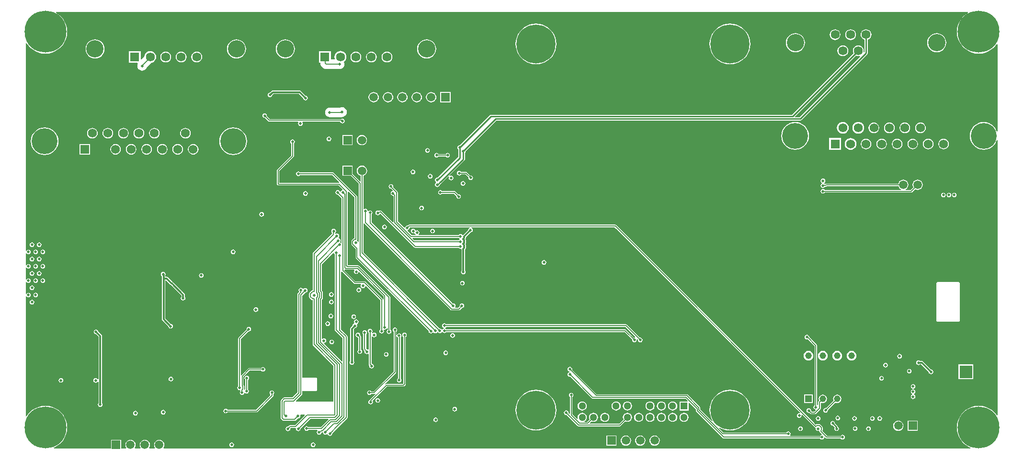
<source format=gbl>
G04*
G04 #@! TF.GenerationSoftware,Altium Limited,Altium Designer,22.1.2 (22)*
G04*
G04 Layer_Physical_Order=4*
G04 Layer_Color=16711680*
%FSLAX25Y25*%
%MOIN*%
G70*
G04*
G04 #@! TF.SameCoordinates,56094753-5DA1-4506-B589-AA1800A80C84*
G04*
G04*
G04 #@! TF.FilePolarity,Positive*
G04*
G01*
G75*
%ADD13C,0.00600*%
%ADD19C,0.01000*%
%ADD20C,0.00800*%
%ADD26R,0.05906X0.05906*%
%ADD141C,0.06260*%
%ADD142R,0.06260X0.06260*%
%ADD143C,0.12008*%
%ADD145C,0.05118*%
%ADD146R,0.05118X0.05118*%
%ADD151R,0.09150X0.09150*%
%ADD152C,0.10243*%
%ADD155C,0.01200*%
%ADD161C,0.02000*%
%ADD162R,0.06142X0.06142*%
%ADD163C,0.06142*%
%ADD164C,0.18012*%
%ADD165C,0.27165*%
%ADD166C,0.05906*%
%ADD167C,0.04567*%
%ADD168R,0.04567X0.04567*%
%ADD169O,0.03543X0.06299*%
%ADD170C,0.29134*%
%ADD171C,0.01987*%
%ADD172C,0.01988*%
G36*
X642209Y288846D02*
X640664Y287899D01*
X638848Y286348D01*
X637298Y284533D01*
X636051Y282498D01*
X635137Y280292D01*
X634580Y277971D01*
X634392Y275590D01*
X634580Y273211D01*
X635137Y270889D01*
X636051Y268684D01*
X637298Y266648D01*
X638848Y264833D01*
X640664Y263282D01*
X642699Y262035D01*
X644905Y261121D01*
X647226Y260564D01*
X649606Y260377D01*
X651986Y260564D01*
X654308Y261121D01*
X656513Y262035D01*
X658549Y263282D01*
X660364Y264833D01*
X661914Y266648D01*
X662162Y267052D01*
X662643Y266916D01*
X662645Y206266D01*
X662145Y206192D01*
X661956Y206814D01*
X661064Y208483D01*
X659864Y209945D01*
X658401Y211146D01*
X656733Y212038D01*
X654922Y212587D01*
X653039Y212772D01*
X651156Y212587D01*
X649345Y212038D01*
X647676Y211146D01*
X646213Y209945D01*
X645013Y208483D01*
X644121Y206814D01*
X643572Y205003D01*
X643386Y203120D01*
X643572Y201237D01*
X644121Y199426D01*
X645013Y197757D01*
X646213Y196295D01*
X647676Y195094D01*
X649345Y194202D01*
X651156Y193653D01*
X653039Y193468D01*
X654922Y193653D01*
X656733Y194202D01*
X658401Y195094D01*
X659864Y196295D01*
X661064Y197757D01*
X661956Y199426D01*
X662145Y200048D01*
X662645Y199974D01*
X662650Y8663D01*
X662169Y8527D01*
X661914Y8942D01*
X660364Y10758D01*
X658549Y12308D01*
X656513Y13556D01*
X654308Y14469D01*
X651986Y15026D01*
X649606Y15214D01*
X647226Y15026D01*
X644905Y14469D01*
X642699Y13556D01*
X640664Y12308D01*
X638848Y10758D01*
X637298Y8942D01*
X636051Y6907D01*
X635137Y4701D01*
X634580Y2380D01*
X634392Y0D01*
X634580Y-2380D01*
X635137Y-4701D01*
X636051Y-6907D01*
X637298Y-8942D01*
X638848Y-10758D01*
X640664Y-12308D01*
X642699Y-13556D01*
X643737Y-13985D01*
X643638Y-14485D01*
X82379Y-14485D01*
X82158Y-14037D01*
X82346Y-13792D01*
X82704Y-12927D01*
X82826Y-12000D01*
X82704Y-11073D01*
X82346Y-10208D01*
X81776Y-9466D01*
X81034Y-8897D01*
X80170Y-8539D01*
X79243Y-8417D01*
X78315Y-8539D01*
X77451Y-8897D01*
X76709Y-9466D01*
X76139Y-10208D01*
X75781Y-11073D01*
X75659Y-12000D01*
X75781Y-12927D01*
X76139Y-13792D01*
X76327Y-14037D01*
X76106Y-14485D01*
X72379D01*
X72158Y-14037D01*
X72346Y-13792D01*
X72704Y-12927D01*
X72826Y-12000D01*
X72704Y-11073D01*
X72346Y-10208D01*
X71776Y-9466D01*
X71034Y-8897D01*
X70170Y-8539D01*
X69243Y-8417D01*
X68315Y-8539D01*
X67451Y-8897D01*
X66709Y-9466D01*
X66139Y-10208D01*
X65781Y-11073D01*
X65659Y-12000D01*
X65781Y-12927D01*
X66139Y-13792D01*
X66327Y-14037D01*
X66106Y-14485D01*
X62379D01*
X62158Y-14037D01*
X62346Y-13792D01*
X62704Y-12927D01*
X62826Y-12000D01*
X62704Y-11073D01*
X62346Y-10208D01*
X61777Y-9466D01*
X61034Y-8897D01*
X60170Y-8539D01*
X59243Y-8417D01*
X58315Y-8539D01*
X57451Y-8897D01*
X56709Y-9466D01*
X56139Y-10208D01*
X55781Y-11073D01*
X55659Y-12000D01*
X55781Y-12927D01*
X56139Y-13792D01*
X56327Y-14037D01*
X56106Y-14485D01*
X52795D01*
Y-8447D01*
X45690D01*
Y-14485D01*
X5969Y-14485D01*
X5870Y-13985D01*
X6907Y-13556D01*
X8942Y-12308D01*
X10758Y-10758D01*
X12308Y-8942D01*
X13556Y-6907D01*
X14469Y-4701D01*
X15026Y-2380D01*
X15214Y0D01*
X15026Y2380D01*
X14469Y4701D01*
X13556Y6907D01*
X12308Y8942D01*
X10758Y10758D01*
X8942Y12308D01*
X6907Y13556D01*
X4701Y14469D01*
X2380Y15026D01*
X0Y15214D01*
X-2380Y15026D01*
X-4701Y14469D01*
X-6907Y13556D01*
X-8942Y12308D01*
X-10758Y10758D01*
X-12308Y8942D01*
X-13082Y7680D01*
X-13582Y7821D01*
X-13582Y91355D01*
X-13082Y91506D01*
X-12857Y91171D01*
X-12330Y90818D01*
X-11708Y90695D01*
X-11087Y90818D01*
X-10559Y91171D01*
X-10207Y91698D01*
X-10084Y92320D01*
X-10207Y92941D01*
X-10559Y93469D01*
X-11087Y93821D01*
X-11708Y93945D01*
X-12330Y93821D01*
X-12857Y93469D01*
X-13082Y93133D01*
X-13582Y93284D01*
X-13582Y101355D01*
X-13082Y101506D01*
X-12857Y101171D01*
X-12330Y100818D01*
X-11708Y100695D01*
X-11087Y100818D01*
X-10559Y101171D01*
X-10207Y101698D01*
X-10084Y102320D01*
X-10207Y102941D01*
X-10559Y103469D01*
X-11087Y103821D01*
X-11708Y103945D01*
X-12330Y103821D01*
X-12857Y103469D01*
X-13082Y103133D01*
X-13582Y103284D01*
Y111355D01*
X-13082Y111506D01*
X-12857Y111171D01*
X-12330Y110818D01*
X-11708Y110695D01*
X-11087Y110818D01*
X-10559Y111171D01*
X-10207Y111698D01*
X-10084Y112320D01*
X-10207Y112941D01*
X-10559Y113469D01*
X-11087Y113821D01*
X-11708Y113944D01*
X-12330Y113821D01*
X-12857Y113469D01*
X-13082Y113133D01*
X-13582Y113284D01*
X-13582Y121355D01*
X-13082Y121507D01*
X-12857Y121171D01*
X-12330Y120818D01*
X-11708Y120695D01*
X-11087Y120818D01*
X-10559Y121171D01*
X-10207Y121698D01*
X-10084Y122320D01*
X-10207Y122941D01*
X-10559Y123469D01*
X-11087Y123821D01*
X-11708Y123944D01*
X-12330Y123821D01*
X-12857Y123469D01*
X-13082Y123133D01*
X-13582Y123284D01*
X-13582Y267769D01*
X-13082Y267910D01*
X-12308Y266648D01*
X-10758Y264833D01*
X-8942Y263282D01*
X-6907Y262035D01*
X-4701Y261121D01*
X-2380Y260564D01*
X0Y260377D01*
X2380Y260564D01*
X4701Y261121D01*
X6907Y262035D01*
X8942Y263282D01*
X10758Y264833D01*
X12308Y266648D01*
X13556Y268684D01*
X14469Y270889D01*
X15026Y273211D01*
X15214Y275590D01*
X15026Y277971D01*
X14469Y280292D01*
X13556Y282498D01*
X12308Y284533D01*
X10758Y286348D01*
X8942Y287899D01*
X7397Y288846D01*
X7538Y289346D01*
X642068D01*
X642209Y288846D01*
D02*
G37*
%LPC*%
G36*
X560441Y277367D02*
X559467Y277239D01*
X558560Y276863D01*
X557780Y276265D01*
X557183Y275486D01*
X556807Y274579D01*
X556678Y273605D01*
X556807Y272631D01*
X557183Y271724D01*
X557780Y270945D01*
X558560Y270347D01*
X559467Y269971D01*
X560441Y269843D01*
X561414Y269971D01*
X562322Y270347D01*
X563101Y270945D01*
X563699Y271724D01*
X564075Y272631D01*
X564203Y273605D01*
X564075Y274579D01*
X563699Y275486D01*
X563101Y276265D01*
X562322Y276863D01*
X561414Y277239D01*
X560441Y277367D01*
D02*
G37*
G36*
X549653D02*
X548679Y277239D01*
X547772Y276863D01*
X546993Y276265D01*
X546395Y275486D01*
X546019Y274579D01*
X545891Y273605D01*
X546019Y272631D01*
X546395Y271724D01*
X546993Y270945D01*
X547772Y270347D01*
X548679Y269971D01*
X549653Y269843D01*
X550627Y269971D01*
X551534Y270347D01*
X552313Y270945D01*
X552911Y271724D01*
X553287Y272631D01*
X553415Y273605D01*
X553287Y274579D01*
X552911Y275486D01*
X552313Y276265D01*
X551534Y276863D01*
X550627Y277239D01*
X549653Y277367D01*
D02*
G37*
G36*
X620401Y274650D02*
X619107Y274523D01*
X617862Y274145D01*
X616714Y273532D01*
X615709Y272707D01*
X614884Y271701D01*
X614270Y270554D01*
X613893Y269309D01*
X613765Y268014D01*
X613893Y266720D01*
X614270Y265475D01*
X614884Y264328D01*
X615709Y263322D01*
X616714Y262497D01*
X617862Y261884D01*
X619107Y261506D01*
X620401Y261379D01*
X621696Y261506D01*
X622941Y261884D01*
X624088Y262497D01*
X625094Y263322D01*
X625919Y264328D01*
X626532Y265475D01*
X626910Y266720D01*
X627037Y268014D01*
X626910Y269309D01*
X626532Y270554D01*
X625919Y271701D01*
X625094Y272707D01*
X624088Y273532D01*
X622941Y274145D01*
X621696Y274523D01*
X620401Y274650D01*
D02*
G37*
G36*
X522015D02*
X520721Y274523D01*
X519476Y274145D01*
X518329Y273532D01*
X517323Y272707D01*
X516498Y271701D01*
X515885Y270554D01*
X515507Y269309D01*
X515379Y268014D01*
X515507Y266720D01*
X515885Y265475D01*
X516498Y264328D01*
X517323Y263322D01*
X518329Y262497D01*
X519476Y261884D01*
X520721Y261506D01*
X522015Y261379D01*
X523310Y261506D01*
X524555Y261884D01*
X525702Y262497D01*
X526708Y263322D01*
X527533Y264328D01*
X528146Y265475D01*
X528524Y266720D01*
X528651Y268014D01*
X528524Y269309D01*
X528146Y270554D01*
X527533Y271701D01*
X526708Y272707D01*
X525702Y273532D01*
X524555Y274145D01*
X523310Y274523D01*
X522015Y274650D01*
D02*
G37*
G36*
X571228Y277367D02*
X570254Y277239D01*
X569347Y276863D01*
X568568Y276265D01*
X567970Y275486D01*
X567594Y274579D01*
X567466Y273605D01*
X567594Y272631D01*
X567970Y271724D01*
X568568Y270945D01*
X569347Y270347D01*
X570108Y270031D01*
Y261466D01*
X569943Y261349D01*
X569493Y261643D01*
X569596Y262424D01*
X569468Y263398D01*
X569092Y264305D01*
X568494Y265084D01*
X567715Y265682D01*
X566808Y266058D01*
X565834Y266186D01*
X564860Y266058D01*
X563953Y265682D01*
X563174Y265084D01*
X562576Y264305D01*
X562200Y263398D01*
X562072Y262424D01*
X562200Y261450D01*
X562515Y260689D01*
X519547Y217720D01*
X310011D01*
X309583Y217635D01*
X309219Y217392D01*
X288459Y196632D01*
X288425Y196639D01*
X287803Y196515D01*
X287276Y196163D01*
X286924Y195636D01*
X286800Y195014D01*
X286924Y194392D01*
X287276Y193865D01*
X287305Y193845D01*
Y188368D01*
X272948Y174011D01*
X272778Y174045D01*
X272156Y173921D01*
X271629Y173569D01*
X271276Y173042D01*
X271153Y172420D01*
X271276Y171798D01*
X271629Y171271D01*
X271959Y171050D01*
Y170487D01*
X271629Y170266D01*
X271276Y169739D01*
X271153Y169117D01*
X271276Y168496D01*
X271629Y167968D01*
X272156Y167616D01*
X272778Y167492D01*
X273399Y167616D01*
X273927Y167968D01*
X274279Y168496D01*
X274357Y168889D01*
X275463Y169995D01*
X275517Y170006D01*
X275880Y170249D01*
X280611Y174980D01*
X280999Y174661D01*
X280879Y174480D01*
X280755Y173858D01*
X280879Y173237D01*
X281231Y172709D01*
X281758Y172357D01*
X282380Y172233D01*
X283002Y172357D01*
X283529Y172709D01*
X283881Y173237D01*
X284005Y173858D01*
X283881Y174480D01*
X283529Y175007D01*
X283002Y175360D01*
X282380Y175483D01*
X281758Y175360D01*
X281577Y175239D01*
X281258Y175627D01*
X291711Y186079D01*
X291953Y186443D01*
X292039Y186871D01*
Y191301D01*
X292068Y191320D01*
X292420Y191848D01*
X292544Y192469D01*
X292537Y192504D01*
X313913Y213880D01*
X525381D01*
X525810Y213965D01*
X526173Y214208D01*
X572020Y260055D01*
X572263Y260418D01*
X572348Y260847D01*
Y270031D01*
X573109Y270347D01*
X573888Y270945D01*
X574486Y271724D01*
X574862Y272631D01*
X574990Y273605D01*
X574862Y274579D01*
X574486Y275486D01*
X573888Y276265D01*
X573109Y276863D01*
X572202Y277239D01*
X571228Y277367D01*
D02*
G37*
G36*
X555047Y266186D02*
X554073Y266058D01*
X553166Y265682D01*
X552387Y265084D01*
X551789Y264305D01*
X551413Y263398D01*
X551285Y262424D01*
X551413Y261450D01*
X551789Y260543D01*
X552387Y259764D01*
X553166Y259166D01*
X554073Y258790D01*
X555047Y258662D01*
X556020Y258790D01*
X556928Y259166D01*
X557707Y259764D01*
X558305Y260543D01*
X558681Y261450D01*
X558809Y262424D01*
X558681Y263398D01*
X558305Y264305D01*
X557707Y265084D01*
X556928Y265682D01*
X556020Y266058D01*
X555047Y266186D01*
D02*
G37*
G36*
X265386Y270338D02*
X264091Y270210D01*
X262846Y269832D01*
X261699Y269219D01*
X260694Y268394D01*
X259868Y267388D01*
X259255Y266241D01*
X258877Y264996D01*
X258750Y263702D01*
X258877Y262407D01*
X259255Y261162D01*
X259868Y260015D01*
X260694Y259009D01*
X261699Y258184D01*
X262846Y257571D01*
X264091Y257193D01*
X265386Y257066D01*
X266680Y257193D01*
X267925Y257571D01*
X269073Y258184D01*
X270078Y259009D01*
X270903Y260015D01*
X271517Y261162D01*
X271894Y262407D01*
X272022Y263702D01*
X271894Y264996D01*
X271517Y266241D01*
X270903Y267388D01*
X270078Y268394D01*
X269073Y269219D01*
X267925Y269832D01*
X266680Y270210D01*
X265386Y270338D01*
D02*
G37*
G36*
X167000D02*
X165705Y270210D01*
X164461Y269832D01*
X163313Y269219D01*
X162308Y268394D01*
X161483Y267388D01*
X160869Y266241D01*
X160492Y264996D01*
X160364Y263702D01*
X160492Y262407D01*
X160869Y261162D01*
X161483Y260015D01*
X162308Y259009D01*
X163313Y258184D01*
X164461Y257571D01*
X165705Y257193D01*
X167000Y257066D01*
X168295Y257193D01*
X169539Y257571D01*
X170687Y258184D01*
X171692Y259009D01*
X172518Y260015D01*
X173131Y261162D01*
X173508Y262407D01*
X173636Y263702D01*
X173508Y264996D01*
X173131Y266241D01*
X172518Y267388D01*
X171692Y268394D01*
X170687Y269219D01*
X169539Y269832D01*
X168295Y270210D01*
X167000Y270338D01*
D02*
G37*
G36*
X133000Y270294D02*
X131705Y270166D01*
X130461Y269789D01*
X129313Y269176D01*
X128308Y268350D01*
X127482Y267345D01*
X126869Y266197D01*
X126492Y264953D01*
X126364Y263658D01*
X126492Y262363D01*
X126869Y261119D01*
X127482Y259971D01*
X128308Y258966D01*
X129313Y258140D01*
X130461Y257527D01*
X131705Y257150D01*
X133000Y257022D01*
X134295Y257150D01*
X135539Y257527D01*
X136687Y258140D01*
X137692Y258966D01*
X138517Y259971D01*
X139131Y261119D01*
X139508Y262363D01*
X139636Y263658D01*
X139508Y264953D01*
X139131Y266197D01*
X138517Y267345D01*
X137692Y268350D01*
X136687Y269176D01*
X135539Y269789D01*
X134295Y270166D01*
X133000Y270294D01*
D02*
G37*
G36*
X34614D02*
X33320Y270166D01*
X32075Y269789D01*
X30928Y269176D01*
X29922Y268350D01*
X29097Y267345D01*
X28483Y266197D01*
X28106Y264953D01*
X27978Y263658D01*
X28106Y262363D01*
X28483Y261119D01*
X29097Y259971D01*
X29922Y258966D01*
X30928Y258140D01*
X32075Y257527D01*
X33320Y257150D01*
X34614Y257022D01*
X35909Y257150D01*
X37154Y257527D01*
X38301Y258140D01*
X39307Y258966D01*
X40132Y259971D01*
X40745Y261119D01*
X41123Y262363D01*
X41250Y263658D01*
X41123Y264953D01*
X40745Y266197D01*
X40132Y267345D01*
X39307Y268350D01*
X38301Y269176D01*
X37154Y269789D01*
X35909Y270166D01*
X34614Y270294D01*
D02*
G37*
G36*
X205386Y262277D02*
X204308Y262135D01*
X203303Y261719D01*
X202440Y261057D01*
X201778Y260194D01*
X201362Y259189D01*
X201220Y258111D01*
X201362Y257033D01*
X201494Y256715D01*
X201216Y256299D01*
X198728D01*
Y262241D01*
X190469D01*
Y253981D01*
X191438D01*
Y253592D01*
X191551Y252731D01*
X191746Y252261D01*
X191884Y251928D01*
X192413Y251239D01*
X193035Y250617D01*
X193724Y250088D01*
X194057Y249950D01*
X194527Y249756D01*
X195388Y249642D01*
X204838D01*
X205699Y249756D01*
X206502Y250088D01*
X207191Y250617D01*
X207720Y251306D01*
X208053Y252109D01*
X208166Y252971D01*
X208053Y253832D01*
X207720Y254635D01*
X207729Y254704D01*
X208331Y255166D01*
X208993Y256028D01*
X209409Y257033D01*
X209551Y258111D01*
X209409Y259189D01*
X208993Y260194D01*
X208331Y261057D01*
X207469Y261719D01*
X206464Y262135D01*
X205386Y262277D01*
D02*
G37*
G36*
X73000Y262233D02*
X71922Y262091D01*
X70917Y261675D01*
X70055Y261013D01*
X69393Y260150D01*
X68976Y259146D01*
X68873Y258360D01*
X66804Y256291D01*
X66343Y256483D01*
Y262197D01*
X58083D01*
Y253938D01*
X63995D01*
X64289Y253552D01*
X64329Y253437D01*
X64151Y253007D01*
X64037Y252145D01*
Y251857D01*
X64151Y250996D01*
X64483Y250193D01*
X65012Y249504D01*
X65702Y248975D01*
X66504Y248642D01*
X67366Y248529D01*
X68227Y248642D01*
X69030Y248975D01*
X69719Y249504D01*
X70248Y250193D01*
X70338Y250411D01*
X73955Y254028D01*
X74078Y254044D01*
X75083Y254460D01*
X75946Y255122D01*
X76608Y255985D01*
X77024Y256989D01*
X77166Y258067D01*
X77024Y259146D01*
X76608Y260150D01*
X75946Y261013D01*
X75083Y261675D01*
X74078Y262091D01*
X73000Y262233D01*
D02*
G37*
G36*
X237748Y261873D02*
X236774Y261745D01*
X235867Y261369D01*
X235088Y260771D01*
X234490Y259992D01*
X234114Y259085D01*
X233986Y258111D01*
X234114Y257137D01*
X234490Y256230D01*
X235088Y255451D01*
X235867Y254853D01*
X236774Y254477D01*
X237748Y254349D01*
X238722Y254477D01*
X239629Y254853D01*
X240408Y255451D01*
X241006Y256230D01*
X241382Y257137D01*
X241510Y258111D01*
X241382Y259085D01*
X241006Y259992D01*
X240408Y260771D01*
X239629Y261369D01*
X238722Y261745D01*
X237748Y261873D01*
D02*
G37*
G36*
X226961D02*
X225987Y261745D01*
X225080Y261369D01*
X224300Y260771D01*
X223703Y259992D01*
X223327Y259085D01*
X223199Y258111D01*
X223327Y257137D01*
X223703Y256230D01*
X224300Y255451D01*
X225080Y254853D01*
X225987Y254477D01*
X226961Y254349D01*
X227934Y254477D01*
X228842Y254853D01*
X229621Y255451D01*
X230219Y256230D01*
X230594Y257137D01*
X230723Y258111D01*
X230594Y259085D01*
X230219Y259992D01*
X229621Y260771D01*
X228842Y261369D01*
X227934Y261745D01*
X226961Y261873D01*
D02*
G37*
G36*
X216173D02*
X215199Y261745D01*
X214292Y261369D01*
X213513Y260771D01*
X212915Y259992D01*
X212539Y259085D01*
X212411Y258111D01*
X212539Y257137D01*
X212915Y256230D01*
X213513Y255451D01*
X214292Y254853D01*
X215199Y254477D01*
X216173Y254349D01*
X217147Y254477D01*
X218054Y254853D01*
X218833Y255451D01*
X219431Y256230D01*
X219807Y257137D01*
X219935Y258111D01*
X219807Y259085D01*
X219431Y259992D01*
X218833Y260771D01*
X218054Y261369D01*
X217147Y261745D01*
X216173Y261873D01*
D02*
G37*
G36*
X105362Y261829D02*
X104388Y261701D01*
X103481Y261326D01*
X102702Y260728D01*
X102104Y259948D01*
X101728Y259041D01*
X101600Y258067D01*
X101728Y257094D01*
X102104Y256186D01*
X102702Y255407D01*
X103481Y254809D01*
X104388Y254433D01*
X105362Y254305D01*
X106336Y254433D01*
X107243Y254809D01*
X108022Y255407D01*
X108620Y256186D01*
X108996Y257094D01*
X109124Y258067D01*
X108996Y259041D01*
X108620Y259948D01*
X108022Y260728D01*
X107243Y261326D01*
X106336Y261701D01*
X105362Y261829D01*
D02*
G37*
G36*
X94575D02*
X93601Y261701D01*
X92694Y261326D01*
X91915Y260728D01*
X91317Y259948D01*
X90941Y259041D01*
X90813Y258067D01*
X90941Y257094D01*
X91317Y256186D01*
X91915Y255407D01*
X92694Y254809D01*
X93601Y254433D01*
X94575Y254305D01*
X95548Y254433D01*
X96456Y254809D01*
X97235Y255407D01*
X97833Y256186D01*
X98209Y257094D01*
X98337Y258067D01*
X98209Y259041D01*
X97833Y259948D01*
X97235Y260728D01*
X96456Y261326D01*
X95548Y261701D01*
X94575Y261829D01*
D02*
G37*
G36*
X83787D02*
X82814Y261701D01*
X81906Y261326D01*
X81127Y260728D01*
X80529Y259948D01*
X80154Y259041D01*
X80025Y258067D01*
X80154Y257094D01*
X80529Y256186D01*
X81127Y255407D01*
X81906Y254809D01*
X82814Y254433D01*
X83787Y254305D01*
X84761Y254433D01*
X85668Y254809D01*
X86448Y255407D01*
X87046Y256186D01*
X87421Y257094D01*
X87550Y258067D01*
X87421Y259041D01*
X87046Y259948D01*
X86448Y260728D01*
X85668Y261326D01*
X84761Y261701D01*
X83787Y261829D01*
D02*
G37*
G36*
X476500Y281371D02*
X474274Y281195D01*
X472104Y280674D01*
X470041Y279820D01*
X468138Y278654D01*
X466440Y277204D01*
X464991Y275506D01*
X463824Y273603D01*
X462970Y271540D01*
X462449Y269370D01*
X462274Y267144D01*
X462449Y264919D01*
X462970Y262748D01*
X463824Y260685D01*
X464991Y258782D01*
X466440Y257084D01*
X468138Y255635D01*
X470041Y254468D01*
X472104Y253614D01*
X474274Y253093D01*
X476500Y252918D01*
X478725Y253093D01*
X480896Y253614D01*
X482959Y254468D01*
X484862Y255635D01*
X486560Y257084D01*
X488010Y258782D01*
X489176Y260685D01*
X490030Y262748D01*
X490551Y264919D01*
X490727Y267144D01*
X490551Y269370D01*
X490030Y271540D01*
X489176Y273603D01*
X488010Y275506D01*
X486560Y277204D01*
X484862Y278654D01*
X482959Y279820D01*
X480896Y280674D01*
X478725Y281195D01*
X476500Y281371D01*
D02*
G37*
G36*
X341500Y281371D02*
X339275Y281195D01*
X337104Y280674D01*
X335041Y279820D01*
X333138Y278654D01*
X331440Y277204D01*
X329991Y275506D01*
X328824Y273603D01*
X327970Y271540D01*
X327449Y269370D01*
X327274Y267144D01*
X327449Y264919D01*
X327970Y262748D01*
X328824Y260685D01*
X329991Y258782D01*
X331440Y257084D01*
X333138Y255635D01*
X335041Y254468D01*
X337104Y253614D01*
X339275Y253093D01*
X341500Y252918D01*
X343726Y253093D01*
X345896Y253614D01*
X347959Y254468D01*
X349862Y255635D01*
X351560Y257084D01*
X353010Y258782D01*
X354176Y260685D01*
X355030Y262748D01*
X355551Y264919D01*
X355727Y267144D01*
X355551Y269370D01*
X355030Y271540D01*
X354176Y273603D01*
X353010Y275506D01*
X351560Y277204D01*
X349862Y278654D01*
X347959Y279820D01*
X345896Y280674D01*
X343726Y281195D01*
X341500Y281371D01*
D02*
G37*
G36*
X177037Y234751D02*
X158376D01*
X157908Y234658D01*
X157512Y234394D01*
X156469Y233350D01*
X156377Y233369D01*
X155755Y233245D01*
X155228Y232893D01*
X154876Y232366D01*
X154752Y231744D01*
X154876Y231122D01*
X155228Y230595D01*
X155755Y230243D01*
X156377Y230119D01*
X156999Y230243D01*
X157526Y230595D01*
X157878Y231122D01*
X157923Y231349D01*
X158882Y232308D01*
X176531D01*
X179426Y229412D01*
X179525Y228919D01*
X179877Y228392D01*
X180404Y228040D01*
X181026Y227916D01*
X181648Y228040D01*
X182175Y228392D01*
X182527Y228919D01*
X182651Y229541D01*
X182527Y230163D01*
X182175Y230690D01*
X181648Y231042D01*
X181154Y231140D01*
X177901Y234394D01*
X177505Y234658D01*
X177037Y234751D01*
D02*
G37*
G36*
X282057Y233608D02*
X274952D01*
Y226503D01*
X282057D01*
Y233608D01*
D02*
G37*
G36*
X268504Y233639D02*
X267577Y233517D01*
X266713Y233159D01*
X265971Y232589D01*
X265401Y231847D01*
X265043Y230983D01*
X264921Y230055D01*
X265043Y229128D01*
X265401Y228264D01*
X265971Y227521D01*
X266713Y226952D01*
X267577Y226594D01*
X268504Y226472D01*
X269432Y226594D01*
X270296Y226952D01*
X271038Y227521D01*
X271608Y228264D01*
X271966Y229128D01*
X272088Y230055D01*
X271966Y230983D01*
X271608Y231847D01*
X271038Y232589D01*
X270296Y233159D01*
X269432Y233517D01*
X268504Y233639D01*
D02*
G37*
G36*
X258504D02*
X257577Y233517D01*
X256713Y233159D01*
X255971Y232589D01*
X255401Y231847D01*
X255043Y230983D01*
X254921Y230055D01*
X255043Y229128D01*
X255401Y228264D01*
X255971Y227521D01*
X256713Y226952D01*
X257577Y226594D01*
X258504Y226472D01*
X259432Y226594D01*
X260296Y226952D01*
X261038Y227521D01*
X261608Y228264D01*
X261966Y229128D01*
X262088Y230055D01*
X261966Y230983D01*
X261608Y231847D01*
X261038Y232589D01*
X260296Y233159D01*
X259432Y233517D01*
X258504Y233639D01*
D02*
G37*
G36*
X248504D02*
X247577Y233517D01*
X246713Y233159D01*
X245971Y232589D01*
X245401Y231847D01*
X245043Y230983D01*
X244921Y230055D01*
X245043Y229128D01*
X245401Y228264D01*
X245971Y227521D01*
X246713Y226952D01*
X247577Y226594D01*
X248504Y226472D01*
X249432Y226594D01*
X250296Y226952D01*
X251038Y227521D01*
X251608Y228264D01*
X251966Y229128D01*
X252088Y230055D01*
X251966Y230983D01*
X251608Y231847D01*
X251038Y232589D01*
X250296Y233159D01*
X249432Y233517D01*
X248504Y233639D01*
D02*
G37*
G36*
X238504D02*
X237577Y233517D01*
X236713Y233159D01*
X235971Y232589D01*
X235401Y231847D01*
X235043Y230983D01*
X234921Y230055D01*
X235043Y229128D01*
X235401Y228264D01*
X235971Y227521D01*
X236713Y226952D01*
X237577Y226594D01*
X238504Y226472D01*
X239432Y226594D01*
X240296Y226952D01*
X241038Y227521D01*
X241608Y228264D01*
X241966Y229128D01*
X242088Y230055D01*
X241966Y230983D01*
X241608Y231847D01*
X241038Y232589D01*
X240296Y233159D01*
X239432Y233517D01*
X238504Y233639D01*
D02*
G37*
G36*
X228504D02*
X227577Y233517D01*
X226713Y233159D01*
X225971Y232589D01*
X225401Y231847D01*
X225043Y230983D01*
X224921Y230055D01*
X225043Y229128D01*
X225401Y228264D01*
X225971Y227521D01*
X226713Y226952D01*
X227577Y226594D01*
X228504Y226472D01*
X229432Y226594D01*
X230296Y226952D01*
X231038Y227521D01*
X231608Y228264D01*
X231966Y229128D01*
X232088Y230055D01*
X231966Y230983D01*
X231608Y231847D01*
X231038Y232589D01*
X230296Y233159D01*
X229432Y233517D01*
X228504Y233639D01*
D02*
G37*
G36*
X206476Y223102D02*
X205615Y222989D01*
X205248Y222837D01*
X202234D01*
X202121Y222852D01*
X197959D01*
X197098Y222739D01*
X196295Y222406D01*
X195605Y221877D01*
X195076Y221188D01*
X194744Y220385D01*
X194631Y219524D01*
X194744Y218662D01*
X195076Y217859D01*
X195605Y217170D01*
X196295Y216641D01*
X197098Y216308D01*
X197959Y216195D01*
X202022D01*
X202136Y216180D01*
X206211D01*
X207072Y216293D01*
X207543Y216488D01*
X207875Y216626D01*
X208564Y217155D01*
X208830Y217420D01*
X209359Y218110D01*
X209691Y218913D01*
X209805Y219774D01*
X209691Y220635D01*
X209359Y221438D01*
X208830Y222128D01*
X208141Y222656D01*
X207338Y222989D01*
X206476Y223102D01*
D02*
G37*
G36*
X152648Y218861D02*
X152027Y218738D01*
X151499Y218385D01*
X151147Y217858D01*
X151023Y217236D01*
X151147Y216615D01*
X151499Y216087D01*
X152027Y215735D01*
X152648Y215612D01*
X152923Y215666D01*
X155275Y213314D01*
X155573Y213115D01*
X155923Y213046D01*
X175874D01*
X176141Y212546D01*
X175970Y212290D01*
X175846Y211668D01*
X175970Y211046D01*
X176322Y210519D01*
X176849Y210167D01*
X177471Y210043D01*
X178093Y210167D01*
X178620Y210519D01*
X178972Y211046D01*
X179096Y211668D01*
X178972Y212290D01*
X178801Y212546D01*
X179069Y213046D01*
X205202D01*
X205230Y212903D01*
X205582Y212376D01*
X206109Y212024D01*
X206731Y211900D01*
X207353Y212024D01*
X207880Y212376D01*
X208233Y212903D01*
X208356Y213525D01*
X208233Y214147D01*
X207880Y214674D01*
X207353Y215026D01*
X206731Y215150D01*
X206109Y215026D01*
X205887Y214878D01*
X156303D01*
X154219Y216962D01*
X154273Y217236D01*
X154150Y217858D01*
X153797Y218385D01*
X153270Y218738D01*
X152648Y218861D01*
D02*
G37*
G36*
X609062Y212413D02*
X608104Y212287D01*
X607211Y211917D01*
X606444Y211329D01*
X605856Y210562D01*
X605486Y209669D01*
X605360Y208711D01*
X605486Y207752D01*
X605856Y206859D01*
X606444Y206093D01*
X607211Y205504D01*
X608104Y205134D01*
X609062Y205008D01*
X610021Y205134D01*
X610914Y205504D01*
X611681Y206093D01*
X612269Y206859D01*
X612639Y207752D01*
X612765Y208711D01*
X612639Y209669D01*
X612269Y210562D01*
X611681Y211329D01*
X610914Y211917D01*
X610021Y212287D01*
X609062Y212413D01*
D02*
G37*
G36*
X598236D02*
X597277Y212287D01*
X596384Y211917D01*
X595618Y211329D01*
X595029Y210562D01*
X594659Y209669D01*
X594533Y208711D01*
X594659Y207752D01*
X595029Y206859D01*
X595618Y206093D01*
X596384Y205504D01*
X597277Y205134D01*
X598236Y205008D01*
X599194Y205134D01*
X600087Y205504D01*
X600854Y206093D01*
X601442Y206859D01*
X601812Y207752D01*
X601938Y208711D01*
X601812Y209669D01*
X601442Y210562D01*
X600854Y211329D01*
X600087Y211917D01*
X599194Y212287D01*
X598236Y212413D01*
D02*
G37*
G36*
X587448D02*
X586490Y212287D01*
X585597Y211917D01*
X584830Y211329D01*
X584242Y210562D01*
X583872Y209669D01*
X583746Y208711D01*
X583872Y207752D01*
X584242Y206859D01*
X584830Y206093D01*
X585597Y205504D01*
X586490Y205134D01*
X587448Y205008D01*
X588407Y205134D01*
X589300Y205504D01*
X590066Y206093D01*
X590655Y206859D01*
X591025Y207752D01*
X591151Y208711D01*
X591025Y209669D01*
X590655Y210562D01*
X590066Y211329D01*
X589300Y211917D01*
X588407Y212287D01*
X587448Y212413D01*
D02*
G37*
G36*
X576661D02*
X575703Y212287D01*
X574810Y211917D01*
X574043Y211329D01*
X573455Y210562D01*
X573085Y209669D01*
X572959Y208711D01*
X573085Y207752D01*
X573455Y206859D01*
X574043Y206093D01*
X574810Y205504D01*
X575703Y205134D01*
X576661Y205008D01*
X577619Y205134D01*
X578512Y205504D01*
X579279Y206093D01*
X579868Y206859D01*
X580237Y207752D01*
X580364Y208711D01*
X580237Y209669D01*
X579868Y210562D01*
X579279Y211329D01*
X578512Y211917D01*
X577619Y212287D01*
X576661Y212413D01*
D02*
G37*
G36*
X565834Y212817D02*
X564772Y212677D01*
X563781Y212266D01*
X562931Y211614D01*
X562278Y210764D01*
X561868Y209773D01*
X561728Y208711D01*
X561868Y207648D01*
X562278Y206658D01*
X562931Y205807D01*
X563781Y205155D01*
X564772Y204745D01*
X565834Y204605D01*
X566897Y204745D01*
X567887Y205155D01*
X568738Y205807D01*
X569390Y206658D01*
X569800Y207648D01*
X569940Y208711D01*
X569800Y209773D01*
X569390Y210764D01*
X568738Y211614D01*
X567887Y212266D01*
X566897Y212677D01*
X565834Y212817D01*
D02*
G37*
G36*
X555047D02*
X553984Y212677D01*
X552994Y212266D01*
X552143Y211614D01*
X551491Y210764D01*
X551081Y209773D01*
X550941Y208711D01*
X551081Y207648D01*
X551491Y206658D01*
X552143Y205807D01*
X552994Y205155D01*
X553984Y204745D01*
X555047Y204605D01*
X556110Y204745D01*
X557100Y205155D01*
X557950Y205807D01*
X558603Y206658D01*
X559013Y207648D01*
X559153Y208711D01*
X559013Y209773D01*
X558603Y210764D01*
X557950Y211614D01*
X557100Y212266D01*
X556110Y212677D01*
X555047Y212817D01*
D02*
G37*
G36*
X97536Y208702D02*
X96578Y208576D01*
X95685Y208207D01*
X94918Y207618D01*
X94330Y206851D01*
X93960Y205958D01*
X93834Y205000D01*
X93960Y204042D01*
X94330Y203149D01*
X94918Y202382D01*
X95685Y201794D01*
X96578Y201424D01*
X97536Y201297D01*
X98494Y201424D01*
X99387Y201794D01*
X100154Y202382D01*
X100742Y203149D01*
X101112Y204042D01*
X101239Y205000D01*
X101112Y205958D01*
X100742Y206851D01*
X100154Y207618D01*
X99387Y208207D01*
X98494Y208576D01*
X97536Y208702D01*
D02*
G37*
G36*
X75922D02*
X74964Y208576D01*
X74071Y208207D01*
X73304Y207618D01*
X72715Y206851D01*
X72346Y205958D01*
X72219Y205000D01*
X72346Y204042D01*
X72715Y203149D01*
X73304Y202382D01*
X74071Y201794D01*
X74964Y201424D01*
X75922Y201297D01*
X76880Y201424D01*
X77773Y201794D01*
X78540Y202382D01*
X79128Y203149D01*
X79498Y204042D01*
X79624Y205000D01*
X79498Y205958D01*
X79128Y206851D01*
X78540Y207618D01*
X77773Y208207D01*
X76880Y208576D01*
X75922Y208702D01*
D02*
G37*
G36*
X65135D02*
X64176Y208576D01*
X63283Y208207D01*
X62516Y207618D01*
X61928Y206851D01*
X61558Y205958D01*
X61432Y205000D01*
X61558Y204042D01*
X61928Y203149D01*
X62516Y202382D01*
X63283Y201794D01*
X64176Y201424D01*
X65135Y201297D01*
X66093Y201424D01*
X66986Y201794D01*
X67753Y202382D01*
X68341Y203149D01*
X68711Y204042D01*
X68837Y205000D01*
X68711Y205958D01*
X68341Y206851D01*
X67753Y207618D01*
X66986Y208207D01*
X66093Y208576D01*
X65135Y208702D01*
D02*
G37*
G36*
X54347D02*
X53389Y208576D01*
X52496Y208207D01*
X51729Y207618D01*
X51141Y206851D01*
X50771Y205958D01*
X50644Y205000D01*
X50771Y204042D01*
X51141Y203149D01*
X51729Y202382D01*
X52496Y201794D01*
X53389Y201424D01*
X54347Y201297D01*
X55305Y201424D01*
X56198Y201794D01*
X56965Y202382D01*
X57554Y203149D01*
X57924Y204042D01*
X58050Y205000D01*
X57924Y205958D01*
X57554Y206851D01*
X56965Y207618D01*
X56198Y208207D01*
X55305Y208576D01*
X54347Y208702D01*
D02*
G37*
G36*
X43520D02*
X42562Y208576D01*
X41669Y208207D01*
X40902Y207618D01*
X40314Y206851D01*
X39944Y205958D01*
X39818Y205000D01*
X39944Y204042D01*
X40314Y203149D01*
X40902Y202382D01*
X41669Y201794D01*
X42562Y201424D01*
X43520Y201297D01*
X44479Y201424D01*
X45372Y201794D01*
X46138Y202382D01*
X46727Y203149D01*
X47097Y204042D01*
X47223Y205000D01*
X47097Y205958D01*
X46727Y206851D01*
X46138Y207618D01*
X45372Y208207D01*
X44479Y208576D01*
X43520Y208702D01*
D02*
G37*
G36*
X32733D02*
X31775Y208576D01*
X30882Y208207D01*
X30115Y207618D01*
X29526Y206851D01*
X29157Y205958D01*
X29030Y205000D01*
X29157Y204042D01*
X29526Y203149D01*
X30115Y202382D01*
X30882Y201794D01*
X31775Y201424D01*
X32733Y201297D01*
X33691Y201424D01*
X34584Y201794D01*
X35351Y202382D01*
X35939Y203149D01*
X36309Y204042D01*
X36435Y205000D01*
X36309Y205958D01*
X35939Y206851D01*
X35351Y207618D01*
X34584Y208207D01*
X33691Y208576D01*
X32733Y208702D01*
D02*
G37*
G36*
X197405Y202630D02*
X196783Y202507D01*
X196256Y202155D01*
X195904Y201627D01*
X195780Y201006D01*
X195904Y200384D01*
X196256Y199857D01*
X196783Y199504D01*
X197405Y199381D01*
X198027Y199504D01*
X198554Y199857D01*
X198906Y200384D01*
X199030Y201006D01*
X198906Y201627D01*
X198554Y202155D01*
X198027Y202507D01*
X197405Y202630D01*
D02*
G37*
G36*
X213893Y203776D02*
X206787D01*
Y196670D01*
X213893D01*
Y203776D01*
D02*
G37*
G36*
X220340Y203806D02*
X219412Y203684D01*
X218548Y203326D01*
X217806Y202757D01*
X217236Y202015D01*
X216879Y201150D01*
X216756Y200223D01*
X216879Y199295D01*
X217236Y198431D01*
X217806Y197689D01*
X218548Y197120D01*
X219412Y196762D01*
X220340Y196640D01*
X221267Y196762D01*
X222131Y197120D01*
X222874Y197689D01*
X223443Y198431D01*
X223801Y199295D01*
X223923Y200223D01*
X223801Y201150D01*
X223443Y202015D01*
X222874Y202757D01*
X222131Y203326D01*
X221267Y203684D01*
X220340Y203806D01*
D02*
G37*
G36*
X625244Y201232D02*
X624285Y201106D01*
X623392Y200736D01*
X622625Y200148D01*
X622037Y199381D01*
X621667Y198488D01*
X621541Y197529D01*
X621667Y196571D01*
X622037Y195678D01*
X622625Y194911D01*
X623392Y194323D01*
X624285Y193953D01*
X625244Y193827D01*
X626202Y193953D01*
X627095Y194323D01*
X627862Y194911D01*
X628450Y195678D01*
X628820Y196571D01*
X628946Y197529D01*
X628820Y198488D01*
X628450Y199381D01*
X627862Y200148D01*
X627095Y200736D01*
X626202Y201106D01*
X625244Y201232D01*
D02*
G37*
G36*
X614456D02*
X613498Y201106D01*
X612605Y200736D01*
X611838Y200148D01*
X611250Y199381D01*
X610880Y198488D01*
X610754Y197529D01*
X610880Y196571D01*
X611250Y195678D01*
X611838Y194911D01*
X612605Y194323D01*
X613498Y193953D01*
X614456Y193827D01*
X615414Y193953D01*
X616307Y194323D01*
X617074Y194911D01*
X617663Y195678D01*
X618033Y196571D01*
X618159Y197529D01*
X618033Y198488D01*
X617663Y199381D01*
X617074Y200148D01*
X616307Y200736D01*
X615414Y201106D01*
X614456Y201232D01*
D02*
G37*
G36*
X603669D02*
X602710Y201106D01*
X601818Y200736D01*
X601051Y200148D01*
X600462Y199381D01*
X600092Y198488D01*
X599966Y197529D01*
X600092Y196571D01*
X600462Y195678D01*
X601051Y194911D01*
X601818Y194323D01*
X602710Y193953D01*
X603669Y193827D01*
X604627Y193953D01*
X605520Y194323D01*
X606287Y194911D01*
X606875Y195678D01*
X607245Y196571D01*
X607371Y197529D01*
X607245Y198488D01*
X606875Y199381D01*
X606287Y200148D01*
X605520Y200736D01*
X604627Y201106D01*
X603669Y201232D01*
D02*
G37*
G36*
X592881D02*
X591923Y201106D01*
X591030Y200736D01*
X590263Y200148D01*
X589675Y199381D01*
X589305Y198488D01*
X589179Y197529D01*
X589305Y196571D01*
X589675Y195678D01*
X590263Y194911D01*
X591030Y194323D01*
X591923Y193953D01*
X592881Y193827D01*
X593840Y193953D01*
X594733Y194323D01*
X595500Y194911D01*
X596088Y195678D01*
X596458Y196571D01*
X596584Y197529D01*
X596458Y198488D01*
X596088Y199381D01*
X595500Y200148D01*
X594733Y200736D01*
X593840Y201106D01*
X592881Y201232D01*
D02*
G37*
G36*
X582015D02*
X581057Y201106D01*
X580164Y200736D01*
X579397Y200148D01*
X578809Y199381D01*
X578439Y198488D01*
X578313Y197529D01*
X578439Y196571D01*
X578809Y195678D01*
X579397Y194911D01*
X580164Y194323D01*
X581057Y193953D01*
X582015Y193827D01*
X582973Y193953D01*
X583867Y194323D01*
X584633Y194911D01*
X585222Y195678D01*
X585592Y196571D01*
X585718Y197529D01*
X585592Y198488D01*
X585222Y199381D01*
X584633Y200148D01*
X583867Y200736D01*
X582973Y201106D01*
X582015Y201232D01*
D02*
G37*
G36*
X571228D02*
X570269Y201106D01*
X569377Y200736D01*
X568610Y200148D01*
X568021Y199381D01*
X567651Y198488D01*
X567525Y197529D01*
X567651Y196571D01*
X568021Y195678D01*
X568610Y194911D01*
X569377Y194323D01*
X570269Y193953D01*
X571228Y193827D01*
X572186Y193953D01*
X573079Y194323D01*
X573846Y194911D01*
X574434Y195678D01*
X574804Y196571D01*
X574930Y197529D01*
X574804Y198488D01*
X574434Y199381D01*
X573846Y200148D01*
X573079Y200736D01*
X572186Y201106D01*
X571228Y201232D01*
D02*
G37*
G36*
X521858Y212772D02*
X519975Y212587D01*
X518164Y212038D01*
X516495Y211146D01*
X515032Y209945D01*
X513832Y208483D01*
X512940Y206814D01*
X512391Y205003D01*
X512205Y203120D01*
X512391Y201237D01*
X512940Y199426D01*
X513832Y197757D01*
X515032Y196295D01*
X516495Y195094D01*
X518164Y194202D01*
X519975Y193653D01*
X521858Y193468D01*
X523741Y193653D01*
X525552Y194202D01*
X527220Y195094D01*
X528683Y196295D01*
X529883Y197757D01*
X530775Y199426D01*
X531325Y201237D01*
X531510Y203120D01*
X531325Y205003D01*
X530775Y206814D01*
X529883Y208483D01*
X528683Y209945D01*
X527220Y211146D01*
X525552Y212038D01*
X523741Y212587D01*
X521858Y212772D01*
D02*
G37*
G36*
X553724Y201600D02*
X545582D01*
Y193458D01*
X553724D01*
Y201600D01*
D02*
G37*
G36*
X560440Y201635D02*
X559378Y201496D01*
X558387Y201085D01*
X557537Y200433D01*
X556884Y199582D01*
X556474Y198592D01*
X556334Y197529D01*
X556474Y196467D01*
X556884Y195476D01*
X557537Y194626D01*
X558387Y193974D01*
X559378Y193563D01*
X560440Y193423D01*
X561503Y193563D01*
X562493Y193974D01*
X563344Y194626D01*
X563996Y195476D01*
X564406Y196467D01*
X564546Y197529D01*
X564406Y198592D01*
X563996Y199582D01*
X563344Y200433D01*
X562493Y201085D01*
X561503Y201496D01*
X560440Y201635D01*
D02*
G37*
G36*
X265996Y194589D02*
X265374Y194466D01*
X264847Y194114D01*
X264494Y193586D01*
X264371Y192965D01*
X264494Y192343D01*
X264847Y191816D01*
X265374Y191463D01*
X265996Y191340D01*
X266617Y191463D01*
X267145Y191816D01*
X267497Y192343D01*
X267620Y192965D01*
X267497Y193586D01*
X267145Y194114D01*
X266617Y194466D01*
X265996Y194589D01*
D02*
G37*
G36*
X279987Y191261D02*
X279365Y191137D01*
X278838Y190785D01*
X278682Y190552D01*
X273624D01*
X273468Y190785D01*
X272941Y191137D01*
X272319Y191261D01*
X271697Y191137D01*
X271170Y190785D01*
X270818Y190258D01*
X270694Y189636D01*
X270818Y189014D01*
X271170Y188487D01*
X271697Y188135D01*
X272319Y188011D01*
X272941Y188135D01*
X273468Y188487D01*
X273624Y188720D01*
X278682D01*
X278838Y188487D01*
X279365Y188135D01*
X279987Y188011D01*
X280609Y188135D01*
X281136Y188487D01*
X281488Y189014D01*
X281612Y189636D01*
X281488Y190258D01*
X281136Y190785D01*
X280609Y191137D01*
X279987Y191261D01*
D02*
G37*
G36*
X31010Y197490D02*
X23668D01*
Y190148D01*
X31010D01*
Y197490D01*
D02*
G37*
G36*
X102930Y197521D02*
X101971Y197395D01*
X101078Y197025D01*
X100312Y196437D01*
X99723Y195670D01*
X99353Y194777D01*
X99227Y193819D01*
X99353Y192861D01*
X99723Y191968D01*
X100312Y191201D01*
X101078Y190612D01*
X101971Y190243D01*
X102930Y190116D01*
X103888Y190243D01*
X104781Y190612D01*
X105548Y191201D01*
X106136Y191968D01*
X106506Y192861D01*
X106632Y193819D01*
X106506Y194777D01*
X106136Y195670D01*
X105548Y196437D01*
X104781Y197025D01*
X103888Y197395D01*
X102930Y197521D01*
D02*
G37*
G36*
X92142D02*
X91184Y197395D01*
X90291Y197025D01*
X89524Y196437D01*
X88936Y195670D01*
X88566Y194777D01*
X88440Y193819D01*
X88566Y192861D01*
X88936Y191968D01*
X89524Y191201D01*
X90291Y190612D01*
X91184Y190243D01*
X92142Y190116D01*
X93101Y190243D01*
X93994Y190612D01*
X94760Y191201D01*
X95349Y191968D01*
X95719Y192861D01*
X95845Y193819D01*
X95719Y194777D01*
X95349Y195670D01*
X94760Y196437D01*
X93994Y197025D01*
X93101Y197395D01*
X92142Y197521D01*
D02*
G37*
G36*
X81355D02*
X80397Y197395D01*
X79504Y197025D01*
X78737Y196437D01*
X78149Y195670D01*
X77779Y194777D01*
X77652Y193819D01*
X77779Y192861D01*
X78149Y191968D01*
X78737Y191201D01*
X79504Y190612D01*
X80397Y190243D01*
X81355Y190116D01*
X82313Y190243D01*
X83206Y190612D01*
X83973Y191201D01*
X84561Y191968D01*
X84931Y192861D01*
X85057Y193819D01*
X84931Y194777D01*
X84561Y195670D01*
X83973Y196437D01*
X83206Y197025D01*
X82313Y197395D01*
X81355Y197521D01*
D02*
G37*
G36*
X70568D02*
X69609Y197395D01*
X68716Y197025D01*
X67949Y196437D01*
X67361Y195670D01*
X66991Y194777D01*
X66865Y193819D01*
X66991Y192861D01*
X67361Y191968D01*
X67949Y191201D01*
X68716Y190612D01*
X69609Y190243D01*
X70568Y190116D01*
X71526Y190243D01*
X72419Y190612D01*
X73186Y191201D01*
X73774Y191968D01*
X74144Y192861D01*
X74270Y193819D01*
X74144Y194777D01*
X73774Y195670D01*
X73186Y196437D01*
X72419Y197025D01*
X71526Y197395D01*
X70568Y197521D01*
D02*
G37*
G36*
X59701D02*
X58743Y197395D01*
X57850Y197025D01*
X57083Y196437D01*
X56495Y195670D01*
X56125Y194777D01*
X55999Y193819D01*
X56125Y192861D01*
X56495Y191968D01*
X57083Y191201D01*
X57850Y190612D01*
X58743Y190243D01*
X59701Y190116D01*
X60660Y190243D01*
X61553Y190612D01*
X62319Y191201D01*
X62908Y191968D01*
X63278Y192861D01*
X63404Y193819D01*
X63278Y194777D01*
X62908Y195670D01*
X62319Y196437D01*
X61553Y197025D01*
X60660Y197395D01*
X59701Y197521D01*
D02*
G37*
G36*
X48914D02*
X47956Y197395D01*
X47063Y197025D01*
X46296Y196437D01*
X45707Y195670D01*
X45338Y194777D01*
X45211Y193819D01*
X45338Y192861D01*
X45707Y191968D01*
X46296Y191201D01*
X47063Y190612D01*
X47956Y190243D01*
X48914Y190116D01*
X49872Y190243D01*
X50765Y190612D01*
X51532Y191201D01*
X52121Y191968D01*
X52490Y192861D01*
X52617Y193819D01*
X52490Y194777D01*
X52121Y195670D01*
X51532Y196437D01*
X50765Y197025D01*
X49872Y197395D01*
X48914Y197521D01*
D02*
G37*
G36*
X130725Y209062D02*
X128842Y208876D01*
X127031Y208327D01*
X125362Y207435D01*
X123900Y206235D01*
X122699Y204772D01*
X121807Y203103D01*
X121258Y201292D01*
X121073Y199409D01*
X121258Y197526D01*
X121807Y195716D01*
X122699Y194047D01*
X123900Y192584D01*
X125362Y191384D01*
X127031Y190492D01*
X128842Y189943D01*
X130725Y189757D01*
X132608Y189943D01*
X134419Y190492D01*
X136088Y191384D01*
X137550Y192584D01*
X138751Y194047D01*
X139643Y195716D01*
X140192Y197526D01*
X140377Y199409D01*
X140192Y201292D01*
X139643Y203103D01*
X138751Y204772D01*
X137550Y206235D01*
X136088Y207435D01*
X134419Y208327D01*
X132608Y208876D01*
X130725Y209062D01*
D02*
G37*
G36*
X-456D02*
X-2339Y208876D01*
X-4150Y208327D01*
X-5819Y207435D01*
X-7281Y206235D01*
X-8482Y204772D01*
X-9374Y203103D01*
X-9923Y201292D01*
X-10108Y199409D01*
X-9923Y197526D01*
X-9374Y195716D01*
X-8482Y194047D01*
X-7281Y192584D01*
X-5819Y191384D01*
X-4150Y190492D01*
X-2339Y189943D01*
X-456Y189757D01*
X1427Y189943D01*
X3238Y190492D01*
X4907Y191384D01*
X6369Y192584D01*
X7570Y194047D01*
X8462Y195716D01*
X9011Y197526D01*
X9196Y199409D01*
X9011Y201292D01*
X8462Y203103D01*
X7570Y204772D01*
X6369Y206235D01*
X4907Y207435D01*
X3238Y208327D01*
X1427Y208876D01*
X-456Y209062D01*
D02*
G37*
G36*
X255909Y179625D02*
X255288Y179501D01*
X254761Y179149D01*
X254408Y178622D01*
X254285Y178000D01*
X254408Y177378D01*
X254761Y176851D01*
X255288Y176499D01*
X255909Y176375D01*
X256531Y176499D01*
X257059Y176851D01*
X257411Y177378D01*
X257534Y178000D01*
X257411Y178622D01*
X257059Y179149D01*
X256531Y179501D01*
X255909Y179625D01*
D02*
G37*
G36*
X267911Y176664D02*
X267289Y176541D01*
X266762Y176188D01*
X266410Y175661D01*
X266286Y175039D01*
X266410Y174418D01*
X266762Y173890D01*
X267289Y173538D01*
X267911Y173415D01*
X268533Y173538D01*
X269060Y173890D01*
X269413Y174418D01*
X269536Y175039D01*
X269413Y175661D01*
X269060Y176188D01*
X268533Y176541D01*
X267911Y176664D01*
D02*
G37*
G36*
X288088Y178830D02*
X287467Y178706D01*
X286940Y178354D01*
X286587Y177827D01*
X286464Y177205D01*
X286587Y176583D01*
X286940Y176056D01*
X287467Y175704D01*
X288088Y175580D01*
X288710Y175704D01*
X289237Y176056D01*
X289393Y176289D01*
X292431D01*
X294524Y174196D01*
X294469Y173921D01*
X294593Y173300D01*
X294945Y172772D01*
X295473Y172420D01*
X296094Y172296D01*
X296716Y172420D01*
X297243Y172772D01*
X297596Y173300D01*
X297719Y173921D01*
X297596Y174543D01*
X297243Y175070D01*
X296716Y175423D01*
X296094Y175546D01*
X295820Y175492D01*
X293459Y177852D01*
X293162Y178051D01*
X292811Y178121D01*
X289393D01*
X289237Y178354D01*
X288710Y178706D01*
X288088Y178830D01*
D02*
G37*
G36*
X290761Y171695D02*
X290140Y171571D01*
X289612Y171219D01*
X289260Y170692D01*
X289136Y170070D01*
X289260Y169448D01*
X289612Y168921D01*
X290140Y168569D01*
X290761Y168445D01*
X291383Y168569D01*
X291910Y168921D01*
X292263Y169448D01*
X292386Y170070D01*
X292263Y170692D01*
X291910Y171219D01*
X291383Y171571D01*
X290761Y171695D01*
D02*
G37*
G36*
X541235Y173475D02*
X540613Y173351D01*
X540086Y172999D01*
X539734Y172472D01*
X539610Y171850D01*
X539734Y171228D01*
X540086Y170701D01*
X540463Y170449D01*
X540479Y170399D01*
Y169943D01*
X540463Y169893D01*
X540086Y169641D01*
X539734Y169114D01*
X539610Y168492D01*
X539734Y167870D01*
X540086Y167343D01*
X540613Y166991D01*
X541235Y166867D01*
X541857Y166991D01*
X542384Y167343D01*
X542665Y167764D01*
X543128D01*
X543479Y167833D01*
X543776Y168032D01*
X543808Y168064D01*
X593700D01*
X594014Y167306D01*
X594584Y166563D01*
X595326Y165994D01*
X595404Y165961D01*
X595305Y165461D01*
X542539D01*
X542384Y165694D01*
X541857Y166047D01*
X541235Y166170D01*
X540613Y166047D01*
X540086Y165694D01*
X539734Y165167D01*
X539610Y164545D01*
X539734Y163924D01*
X540086Y163396D01*
X540613Y163044D01*
X541235Y162920D01*
X541857Y163044D01*
X542384Y163396D01*
X542539Y163629D01*
X599003D01*
X599003Y163629D01*
X602565D01*
X602916Y163699D01*
X603213Y163898D01*
X605317Y166001D01*
X605326Y165994D01*
X606190Y165636D01*
X607118Y165514D01*
X608045Y165636D01*
X608909Y165994D01*
X609651Y166563D01*
X610221Y167306D01*
X610579Y168170D01*
X610701Y169097D01*
X610579Y170025D01*
X610221Y170889D01*
X609651Y171631D01*
X608909Y172201D01*
X608045Y172559D01*
X607118Y172681D01*
X606190Y172559D01*
X605326Y172201D01*
X604584Y171631D01*
X604014Y170889D01*
X603656Y170025D01*
X603534Y169097D01*
X603656Y168170D01*
X604014Y167306D01*
X604021Y167297D01*
X602186Y165461D01*
X599003D01*
X598841Y165909D01*
X598831Y165961D01*
X598909Y165994D01*
X599651Y166563D01*
X600221Y167306D01*
X600579Y168170D01*
X600701Y169097D01*
X600579Y170025D01*
X600221Y170889D01*
X599651Y171631D01*
X598909Y172201D01*
X598045Y172559D01*
X597118Y172681D01*
X596190Y172559D01*
X595326Y172201D01*
X594584Y171631D01*
X594014Y170889D01*
X593656Y170025D01*
X593639Y169896D01*
X543429D01*
X543078Y169826D01*
X542781Y169628D01*
X542384Y169641D01*
X542007Y169893D01*
X541990Y169943D01*
Y170399D01*
X542007Y170449D01*
X542384Y170701D01*
X542736Y171228D01*
X542860Y171850D01*
X542736Y172472D01*
X542384Y172999D01*
X541857Y173351D01*
X541235Y173475D01*
D02*
G37*
G36*
X172061Y200590D02*
X171439Y200467D01*
X170912Y200115D01*
X170560Y199587D01*
X170436Y198966D01*
X170560Y198344D01*
X170912Y197817D01*
X171145Y197661D01*
Y189520D01*
X161390Y179765D01*
X161192Y179468D01*
X161122Y179118D01*
Y169856D01*
X161192Y169505D01*
X161390Y169208D01*
X161742Y168856D01*
X162039Y168658D01*
X162390Y168588D01*
X204130D01*
X206852Y165866D01*
X206687Y165323D01*
X206385Y165263D01*
X205858Y164911D01*
X205556Y164459D01*
X205284Y164418D01*
X205011Y164459D01*
X204709Y164911D01*
X204182Y165263D01*
X203560Y165387D01*
X202938Y165263D01*
X202411Y164911D01*
X202059Y164384D01*
X201935Y163762D01*
X202059Y163140D01*
X202411Y162613D01*
X202938Y162261D01*
X203560Y162137D01*
X203835Y162192D01*
X206294Y159733D01*
Y128713D01*
X206099Y128586D01*
X205794Y128494D01*
X205432Y128736D01*
X205347Y128801D01*
X205265Y129318D01*
X205416Y129544D01*
X205540Y130166D01*
X205416Y130788D01*
X205064Y131315D01*
X204537Y131667D01*
X204115Y131751D01*
X204006Y132280D01*
X204035Y132299D01*
X204388Y132826D01*
X204511Y133448D01*
X204388Y134070D01*
X204035Y134597D01*
X203508Y134950D01*
X202886Y135073D01*
X202265Y134950D01*
X202081Y134827D01*
X201640Y135059D01*
X201627Y135497D01*
X201865Y135655D01*
X202217Y136182D01*
X202341Y136804D01*
X202217Y137426D01*
X202037Y137696D01*
X202021Y137777D01*
X201800Y138107D01*
X201470Y138328D01*
X201080Y138405D01*
X200958Y138381D01*
X200716Y138429D01*
X200094Y138305D01*
X199567Y137953D01*
X199215Y137426D01*
X199091Y136804D01*
X199215Y136182D01*
X199471Y135799D01*
Y134905D01*
X186264Y121699D01*
X186044Y121369D01*
X185966Y120979D01*
Y95637D01*
X185603Y95564D01*
X185273Y95344D01*
X183871Y93941D01*
X183650Y93611D01*
X183573Y93222D01*
Y91239D01*
X183650Y90849D01*
X183871Y90519D01*
X185273Y89117D01*
X185603Y88896D01*
X185966Y88824D01*
Y58084D01*
X186044Y57694D01*
X186264Y57364D01*
X200599Y43030D01*
Y18122D01*
X174541D01*
X174349Y18584D01*
X178486Y22721D01*
X178707Y23051D01*
X178784Y23441D01*
Y25485D01*
X188609D01*
X189068Y25675D01*
X189258Y26134D01*
Y34008D01*
X189068Y34468D01*
X188609Y34658D01*
X178784D01*
Y91884D01*
X180741Y93841D01*
X180896Y93810D01*
X181517Y93934D01*
X182045Y94286D01*
X182397Y94814D01*
X182520Y95435D01*
X182397Y96057D01*
X182045Y96584D01*
X181517Y96937D01*
X180896Y97060D01*
X180274Y96937D01*
X179747Y96584D01*
X179162Y96610D01*
X178971Y96896D01*
X178444Y97248D01*
X177822Y97372D01*
X177200Y97248D01*
X176673Y96896D01*
X176321Y96369D01*
X176197Y95747D01*
X176321Y95125D01*
X176660Y94619D01*
X175646Y93606D01*
X175426Y93275D01*
X175348Y92886D01*
Y24442D01*
X171883Y20977D01*
X166244D01*
X165854Y20899D01*
X165524Y20679D01*
X164032Y19187D01*
X163812Y18857D01*
X163734Y18467D01*
Y6788D01*
X163812Y6398D01*
X164032Y6068D01*
X165208Y4892D01*
X165539Y4671D01*
X165928Y4593D01*
X165928Y4593D01*
X173559D01*
X173948Y4671D01*
X174279Y4892D01*
X175798Y6411D01*
X175952Y6380D01*
X176574Y6504D01*
X177102Y6856D01*
X177454Y7383D01*
X177577Y8005D01*
X177489Y8449D01*
X177794Y8949D01*
X180364D01*
X180555Y8488D01*
X173799Y1731D01*
X170367D01*
X169977Y1654D01*
X169647Y1433D01*
X169178Y965D01*
X169039Y757D01*
X168987Y705D01*
X168818Y738D01*
X168196Y615D01*
X167669Y262D01*
X167316Y-265D01*
X167193Y-887D01*
X167316Y-1508D01*
X167669Y-2036D01*
X168196Y-2388D01*
X168818Y-2512D01*
X169439Y-2388D01*
X169967Y-2036D01*
X170319Y-1508D01*
X170442Y-887D01*
X170415Y-747D01*
X170618Y-544D01*
X170756Y-336D01*
X170788Y-305D01*
X173965D01*
X174351Y-696D01*
X174380Y-783D01*
X174354Y-914D01*
X174477Y-1536D01*
X174830Y-2063D01*
X175357Y-2415D01*
X175979Y-2539D01*
X176600Y-2415D01*
X177128Y-2063D01*
X177480Y-1536D01*
X177603Y-914D01*
X177573Y-759D01*
X184513Y6181D01*
X196812D01*
X197019Y5681D01*
X191667Y329D01*
X183046D01*
X182959Y460D01*
X182431Y812D01*
X181810Y936D01*
X181188Y812D01*
X180661Y460D01*
X180308Y-67D01*
X180185Y-689D01*
X180308Y-1311D01*
X180661Y-1838D01*
X181188Y-2190D01*
X181810Y-2314D01*
X182431Y-2190D01*
X182959Y-1838D01*
X183046Y-1707D01*
X189179D01*
X189330Y-2207D01*
X189322Y-2212D01*
X188970Y-2740D01*
X188846Y-3361D01*
X188970Y-3983D01*
X189322Y-4510D01*
X189849Y-4863D01*
X190471Y-4986D01*
X191093Y-4863D01*
X191620Y-4510D01*
X191972Y-3983D01*
X192062Y-3531D01*
X192487Y-3107D01*
X192668D01*
X192716Y-3098D01*
X193157Y-3330D01*
X193203Y-3472D01*
X193301Y-3963D01*
X193653Y-4490D01*
X194180Y-4842D01*
X194802Y-4966D01*
X195424Y-4842D01*
X195951Y-4490D01*
X195992Y-4429D01*
X196522Y-4534D01*
X196571Y-4776D01*
X196923Y-5303D01*
X197450Y-5655D01*
X198072Y-5779D01*
X198694Y-5655D01*
X199221Y-5303D01*
X199573Y-4776D01*
X199697Y-4154D01*
X199666Y-3999D01*
X203993Y327D01*
X204311Y540D01*
X210026Y6255D01*
X210026Y6255D01*
X210247Y6585D01*
X210324Y6975D01*
Y63311D01*
X210324Y63311D01*
X210247Y63701D01*
X210026Y64031D01*
X205935Y68123D01*
Y108549D01*
X206435Y108701D01*
X206447Y108683D01*
X214804Y100326D01*
X215101Y100127D01*
X215452Y100057D01*
X219494D01*
X219761Y99557D01*
X219590Y99302D01*
X219466Y98680D01*
X219590Y98058D01*
X219942Y97531D01*
X220469Y97179D01*
X221091Y97055D01*
X221713Y97179D01*
X222240Y97531D01*
X222592Y98058D01*
X222653Y98360D01*
X223195Y98524D01*
X233083Y88636D01*
Y68332D01*
X232945Y68239D01*
X232593Y67712D01*
X232469Y67090D01*
X232593Y66468D01*
X232945Y65941D01*
X233472Y65589D01*
X234094Y65465D01*
X234716Y65589D01*
X235243Y65941D01*
X235595Y66468D01*
X235719Y67090D01*
X235595Y67712D01*
X235493Y67864D01*
X235823Y68271D01*
X236293Y68177D01*
X236915Y68301D01*
X237442Y68653D01*
X237794Y69180D01*
X237810Y69259D01*
X238310Y69210D01*
Y68159D01*
X238077Y68003D01*
X237725Y67476D01*
X237601Y66854D01*
X237725Y66233D01*
X238077Y65705D01*
X238604Y65353D01*
X239226Y65229D01*
X239848Y65353D01*
X240375Y65705D01*
X240727Y66233D01*
X240851Y66854D01*
X240727Y67476D01*
X240375Y68003D01*
X240142Y68159D01*
Y90648D01*
X240072Y90998D01*
X239874Y91295D01*
X218476Y112693D01*
X218179Y112892D01*
X217828Y112962D01*
X210860D01*
X210526Y113296D01*
Y164249D01*
X210922Y164459D01*
X211011Y164472D01*
X215277Y160206D01*
Y131874D01*
X215243D01*
X214892Y131804D01*
X214595Y131606D01*
X213251Y130262D01*
X213053Y129965D01*
X212983Y129614D01*
Y127714D01*
X213053Y127364D01*
X213251Y127066D01*
X215998Y124320D01*
Y118575D01*
X216067Y118224D01*
X216266Y117927D01*
X266766Y67427D01*
X266711Y67152D01*
X266835Y66530D01*
X267188Y66003D01*
X267715Y65651D01*
X268337Y65527D01*
X268958Y65651D01*
X269485Y66003D01*
X269647Y66244D01*
X270248D01*
X270277Y66200D01*
X270804Y65848D01*
X271426Y65724D01*
X272048Y65848D01*
X272575Y66200D01*
X272706Y66395D01*
X273307D01*
X273437Y66200D01*
X273965Y65848D01*
X274586Y65724D01*
X275208Y65848D01*
X275735Y66200D01*
X275882Y66420D01*
X276483D01*
X276574Y66284D01*
X277101Y65931D01*
X277723Y65808D01*
X278345Y65931D01*
X278872Y66284D01*
X279028Y66517D01*
X403188D01*
X408430Y61275D01*
X408375Y61000D01*
X408499Y60378D01*
X408851Y59851D01*
X409378Y59499D01*
X410000Y59375D01*
X410622Y59499D01*
X411149Y59851D01*
X411501Y60378D01*
X411625Y61000D01*
X411608Y61087D01*
X412008Y61638D01*
X412126Y61652D01*
X412503Y61275D01*
X412449Y61000D01*
X412572Y60378D01*
X412924Y59851D01*
X413452Y59499D01*
X414074Y59375D01*
X414695Y59499D01*
X415223Y59851D01*
X415575Y60378D01*
X415698Y61000D01*
X415575Y61622D01*
X415223Y62149D01*
X414695Y62501D01*
X414074Y62625D01*
X413799Y62570D01*
X404694Y71675D01*
X404396Y71874D01*
X404046Y71944D01*
X279028D01*
X278872Y72177D01*
X278345Y72529D01*
X277723Y72653D01*
X277101Y72529D01*
X276574Y72177D01*
X276222Y71649D01*
X276098Y71028D01*
X276222Y70406D01*
X276574Y69879D01*
X277101Y69526D01*
X277309Y69485D01*
Y68975D01*
X277101Y68934D01*
X276574Y68582D01*
X276428Y68362D01*
X275826D01*
X275735Y68498D01*
X275208Y68850D01*
X274586Y68974D01*
X274381Y68933D01*
X221301Y122014D01*
Y142499D01*
X221801Y142548D01*
X221832Y142390D01*
X222031Y142093D01*
X282258Y81866D01*
X282556Y81667D01*
X282906Y81597D01*
X287650D01*
X288001Y81667D01*
X288298Y81866D01*
X289669Y83237D01*
X289944Y83182D01*
X290566Y83306D01*
X291093Y83658D01*
X291445Y84185D01*
X291569Y84807D01*
X291445Y85429D01*
X291093Y85956D01*
X290566Y86308D01*
X289944Y86432D01*
X289322Y86308D01*
X288795Y85956D01*
X288443Y85429D01*
X288319Y84807D01*
X288374Y84532D01*
X287271Y83429D01*
X285454D01*
X285186Y83929D01*
X285357Y84185D01*
X285481Y84807D01*
X285357Y85429D01*
X285005Y85956D01*
X284478Y86308D01*
X283856Y86432D01*
X283581Y86377D01*
X227018Y142941D01*
Y148298D01*
X227251Y148454D01*
X227603Y148981D01*
X227727Y149603D01*
X227603Y150225D01*
X227251Y150752D01*
X226723Y151104D01*
X226102Y151228D01*
X225480Y151104D01*
X224953Y150752D01*
X224740Y150434D01*
X224269Y150629D01*
X224304Y150803D01*
X224180Y151425D01*
X223828Y151952D01*
X223300Y152304D01*
X222679Y152428D01*
X222057Y152304D01*
X221801Y152133D01*
X221301Y152401D01*
Y175366D01*
X221312Y175368D01*
X222177Y175726D01*
X222919Y176295D01*
X223488Y177037D01*
X223846Y177901D01*
X223968Y178829D01*
X223846Y179756D01*
X223488Y180621D01*
X222919Y181363D01*
X222177Y181932D01*
X221312Y182290D01*
X220385Y182412D01*
X219457Y182290D01*
X218593Y181932D01*
X217851Y181363D01*
X217282Y180621D01*
X216924Y179756D01*
X216802Y178829D01*
X216924Y177901D01*
X217282Y177037D01*
X217851Y176295D01*
X218593Y175726D01*
X219457Y175368D01*
X219469Y175366D01*
Y171694D01*
X219007Y171502D01*
X213938Y176572D01*
Y182382D01*
X206832D01*
Y175276D01*
X212642D01*
X218269Y169650D01*
Y129038D01*
X217820Y128915D01*
X217816Y128915D01*
X217694Y129286D01*
X217653Y129348D01*
X217342Y129813D01*
X217150Y129941D01*
X216870Y130276D01*
X217022Y130582D01*
X217039Y130607D01*
X217109Y130958D01*
Y160585D01*
X217039Y160936D01*
X216841Y161233D01*
X200685Y177388D01*
X200388Y177587D01*
X200038Y177657D01*
X177430D01*
X177274Y177890D01*
X176747Y178242D01*
X176125Y178366D01*
X175503Y178242D01*
X174976Y177890D01*
X174624Y177363D01*
X174500Y176741D01*
X174624Y176119D01*
X174976Y175592D01*
X175503Y175239D01*
X176125Y175116D01*
X176747Y175239D01*
X177274Y175592D01*
X177430Y175825D01*
X199658D01*
X204578Y170905D01*
X204565Y170816D01*
X204356Y170420D01*
X162954D01*
Y178738D01*
X172709Y188493D01*
X172907Y188790D01*
X172977Y189140D01*
Y197661D01*
X173210Y197817D01*
X173562Y198344D01*
X173686Y198966D01*
X173562Y199587D01*
X173210Y200115D01*
X172683Y200467D01*
X172061Y200590D01*
D02*
G37*
G36*
X181027Y164621D02*
X180406Y164497D01*
X179878Y164145D01*
X179526Y163618D01*
X179402Y162996D01*
X179526Y162374D01*
X179878Y161847D01*
X180406Y161495D01*
X181027Y161371D01*
X181649Y161495D01*
X182176Y161847D01*
X182529Y162374D01*
X182652Y162996D01*
X182529Y163618D01*
X182176Y164145D01*
X181649Y164497D01*
X181027Y164621D01*
D02*
G37*
G36*
X632618Y163551D02*
X631996Y163427D01*
X631469Y163075D01*
X631116Y162548D01*
X630993Y161926D01*
X631116Y161304D01*
X631469Y160777D01*
X631996Y160425D01*
X632618Y160301D01*
X633240Y160425D01*
X633767Y160777D01*
X634119Y161304D01*
X634243Y161926D01*
X634119Y162548D01*
X633767Y163075D01*
X633240Y163427D01*
X632618Y163551D01*
D02*
G37*
G36*
X628827D02*
X628206Y163427D01*
X627678Y163075D01*
X627326Y162548D01*
X627203Y161926D01*
X627326Y161304D01*
X627678Y160777D01*
X628206Y160425D01*
X628827Y160301D01*
X629449Y160425D01*
X629976Y160777D01*
X630329Y161304D01*
X630452Y161926D01*
X630329Y162548D01*
X629976Y163075D01*
X629449Y163427D01*
X628827Y163551D01*
D02*
G37*
G36*
X625037D02*
X624415Y163427D01*
X623888Y163075D01*
X623536Y162548D01*
X623412Y161926D01*
X623536Y161304D01*
X623888Y160777D01*
X624415Y160425D01*
X625037Y160301D01*
X625659Y160425D01*
X626186Y160777D01*
X626538Y161304D01*
X626662Y161926D01*
X626538Y162548D01*
X626186Y163075D01*
X625659Y163427D01*
X625037Y163551D01*
D02*
G37*
G36*
X274943Y165387D02*
X274321Y165263D01*
X273794Y164911D01*
X273442Y164384D01*
X273318Y163762D01*
X273442Y163140D01*
X273794Y162613D01*
X274321Y162261D01*
X274943Y162137D01*
X275565Y162261D01*
X276092Y162613D01*
X276248Y162846D01*
X284419D01*
X286076Y161189D01*
X286021Y160915D01*
X286145Y160293D01*
X286497Y159766D01*
X287024Y159413D01*
X287646Y159290D01*
X288268Y159413D01*
X288795Y159766D01*
X289147Y160293D01*
X289271Y160915D01*
X289147Y161537D01*
X288795Y162064D01*
X288268Y162416D01*
X287646Y162540D01*
X287371Y162485D01*
X285446Y164410D01*
X285149Y164609D01*
X284798Y164678D01*
X276248D01*
X276092Y164911D01*
X275565Y165263D01*
X274943Y165387D01*
D02*
G37*
G36*
X261822Y154536D02*
X261200Y154412D01*
X260673Y154060D01*
X260321Y153533D01*
X260197Y152911D01*
X260321Y152289D01*
X260673Y151762D01*
X261200Y151410D01*
X261822Y151286D01*
X262444Y151410D01*
X262971Y151762D01*
X263323Y152289D01*
X263447Y152911D01*
X263323Y153533D01*
X262971Y154060D01*
X262444Y154412D01*
X261822Y154536D01*
D02*
G37*
G36*
X150514Y150079D02*
X149893Y149955D01*
X149365Y149603D01*
X149013Y149076D01*
X148890Y148454D01*
X149013Y147832D01*
X149365Y147305D01*
X149893Y146953D01*
X150514Y146829D01*
X151136Y146953D01*
X151663Y147305D01*
X152016Y147832D01*
X152139Y148454D01*
X152016Y149076D01*
X151663Y149603D01*
X151136Y149955D01*
X150514Y150079D01*
D02*
G37*
G36*
X240549Y169578D02*
X239927Y169454D01*
X239400Y169102D01*
X239048Y168575D01*
X238924Y167953D01*
X239048Y167331D01*
X239400Y166804D01*
X239927Y166452D01*
X240549Y166328D01*
X240655Y166349D01*
X241768Y165236D01*
X241603Y164694D01*
X241302Y164634D01*
X240775Y164281D01*
X240422Y163754D01*
X240299Y163133D01*
X240422Y162511D01*
X240775Y161984D01*
X241302Y161631D01*
X241924Y161507D01*
X242321Y161109D01*
Y143155D01*
X241821Y142948D01*
X233773Y150996D01*
X233476Y151195D01*
X233125Y151264D01*
X232775Y151195D01*
X232610Y151084D01*
X232443D01*
X232092Y151015D01*
X232021Y150967D01*
X232001Y150981D01*
X231379Y151105D01*
X230757Y150981D01*
X230230Y150629D01*
X229878Y150102D01*
X229754Y149480D01*
X229878Y148858D01*
X230230Y148331D01*
X230757Y147978D01*
X231379Y147855D01*
X232001Y147978D01*
X232528Y148331D01*
X232773Y148698D01*
X233346Y148832D01*
X256680Y125498D01*
X256977Y125299D01*
X257328Y125230D01*
X287553D01*
X287708Y124997D01*
X288235Y124644D01*
X288857Y124521D01*
X289215Y124592D01*
X289221Y124591D01*
X289682Y124245D01*
X289697Y124217D01*
Y109331D01*
X289418Y108913D01*
X289294Y108291D01*
X289418Y107669D01*
X289770Y107142D01*
X290297Y106790D01*
X290919Y106666D01*
X291541Y106790D01*
X292068Y107142D01*
X292420Y107669D01*
X292544Y108291D01*
X292420Y108913D01*
X292141Y109331D01*
Y124033D01*
X292315Y124207D01*
X292580Y124604D01*
X292673Y125071D01*
Y127220D01*
X292580Y127688D01*
X292478Y127839D01*
X292580Y127991D01*
X292673Y128458D01*
Y130607D01*
X292580Y131075D01*
X292412Y131326D01*
X292580Y131577D01*
X292673Y132045D01*
Y132563D01*
X295948Y135839D01*
X296441Y135937D01*
X296968Y136289D01*
X297321Y136816D01*
X297444Y137438D01*
X297321Y138060D01*
X296968Y138587D01*
X296441Y138939D01*
X296283Y138971D01*
X296332Y139471D01*
X396290D01*
X525337Y10424D01*
X525091Y9963D01*
X524704Y10040D01*
X524083Y9917D01*
X523555Y9564D01*
X523203Y9037D01*
X523079Y8415D01*
X523203Y7794D01*
X523555Y7266D01*
X524083Y6914D01*
X524704Y6791D01*
X525326Y6914D01*
X525853Y7266D01*
X526206Y7794D01*
X526329Y8415D01*
X526253Y8802D01*
X526713Y9048D01*
X535523Y238D01*
X535820Y39D01*
X535827Y38D01*
X536174Y-107D01*
X536190Y-505D01*
X536138Y-766D01*
X536262Y-1388D01*
X536614Y-1915D01*
X537141Y-2267D01*
X537763Y-2391D01*
X538247Y-2295D01*
X538676Y-2540D01*
X538747Y-2607D01*
X538817Y-2957D01*
X539016Y-3254D01*
X540364Y-4603D01*
X540199Y-5145D01*
X539897Y-5205D01*
X539370Y-5557D01*
X539215Y-5790D01*
X518617D01*
X518353Y-5290D01*
X518559Y-4982D01*
X518683Y-4360D01*
X518559Y-3738D01*
X518207Y-3211D01*
X517680Y-2859D01*
X517058Y-2735D01*
X516436Y-2859D01*
X515909Y-3211D01*
X515753Y-3444D01*
X471913D01*
X468869Y-400D01*
X469181Y-5D01*
X470041Y-532D01*
X472104Y-1386D01*
X474274Y-1907D01*
X476500Y-2082D01*
X478726Y-1907D01*
X480896Y-1386D01*
X482959Y-532D01*
X484862Y635D01*
X486560Y2084D01*
X488010Y3782D01*
X489176Y5685D01*
X490030Y7748D01*
X490551Y9919D01*
X490727Y12144D01*
X490551Y14370D01*
X490030Y16540D01*
X489176Y18603D01*
X488010Y20506D01*
X486560Y22204D01*
X484862Y23654D01*
X482959Y24820D01*
X480896Y25674D01*
X478726Y26195D01*
X476500Y26371D01*
X474274Y26195D01*
X472104Y25674D01*
X470041Y24820D01*
X468138Y23654D01*
X466440Y22204D01*
X464991Y20506D01*
X463824Y18603D01*
X462970Y16540D01*
X462449Y14370D01*
X462274Y12144D01*
X462449Y9919D01*
X462970Y7748D01*
X463824Y5685D01*
X464352Y4825D01*
X463956Y4513D01*
X455832Y12638D01*
Y13679D01*
X455762Y14030D01*
X455563Y14327D01*
X446967Y22923D01*
X446670Y23122D01*
X446319Y23191D01*
X383833D01*
X366620Y40404D01*
X366675Y40679D01*
X366551Y41301D01*
X366199Y41828D01*
X365672Y42180D01*
X365050Y42304D01*
X364428Y42180D01*
X363901Y41828D01*
X363549Y41301D01*
X363425Y40679D01*
X363549Y40057D01*
X363901Y39530D01*
X364428Y39178D01*
X364889Y39086D01*
Y38576D01*
X364428Y38485D01*
X363901Y38132D01*
X363549Y37605D01*
X363425Y36983D01*
X363549Y36362D01*
X363901Y35834D01*
X364428Y35482D01*
X365050Y35359D01*
X365325Y35413D01*
X380310Y20428D01*
X380607Y20229D01*
X380958Y20159D01*
X445443D01*
X446963Y18639D01*
X446772Y18177D01*
X441341D01*
Y11859D01*
X447659D01*
Y17290D01*
X448121Y17481D01*
X452800Y12803D01*
Y11761D01*
X452869Y11411D01*
X453068Y11113D01*
X471535Y-7354D01*
X471832Y-7553D01*
X472183Y-7622D01*
X539215D01*
X539370Y-7855D01*
X539897Y-8207D01*
X540519Y-8331D01*
X541141Y-8207D01*
X541668Y-7855D01*
X542020Y-7328D01*
X542080Y-7026D01*
X542623Y-6862D01*
X543115Y-7354D01*
X543412Y-7553D01*
X543763Y-7622D01*
X553571D01*
X553726Y-7855D01*
X554253Y-8207D01*
X554875Y-8331D01*
X555497Y-8207D01*
X556024Y-7855D01*
X556377Y-7328D01*
X556500Y-6706D01*
X556377Y-6084D01*
X556024Y-5557D01*
X555497Y-5205D01*
X554875Y-5081D01*
X554253Y-5205D01*
X553726Y-5557D01*
X553571Y-5790D01*
X544142D01*
X540709Y-2357D01*
X540903Y-2067D01*
X540973Y-1716D01*
Y184D01*
X540903Y535D01*
X540705Y832D01*
X539361Y2175D01*
X539064Y2374D01*
X538713Y2444D01*
X536813D01*
X536462Y2374D01*
X536172Y2180D01*
X397318Y141035D01*
X397020Y141233D01*
X396670Y141303D01*
X253178D01*
X252828Y141233D01*
X252531Y141035D01*
X252133Y140638D01*
X251810Y140702D01*
X251188Y140578D01*
X250661Y140226D01*
X250309Y139699D01*
X250249Y139397D01*
X249706Y139233D01*
X245353Y143586D01*
Y163863D01*
X245283Y164214D01*
X245085Y164511D01*
X242086Y167509D01*
X242174Y167953D01*
X242050Y168575D01*
X241698Y169102D01*
X241171Y169454D01*
X240549Y169578D01*
D02*
G37*
G36*
X236062Y141371D02*
X235440Y141247D01*
X234913Y140895D01*
X234561Y140367D01*
X234437Y139746D01*
X234561Y139124D01*
X234913Y138597D01*
X235440Y138244D01*
X236062Y138121D01*
X236684Y138244D01*
X237211Y138597D01*
X237563Y139124D01*
X237687Y139746D01*
X237563Y140367D01*
X237211Y140895D01*
X236684Y141247D01*
X236062Y141371D01*
D02*
G37*
G36*
X-4208Y128945D02*
X-4830Y128821D01*
X-5357Y128469D01*
X-5710Y127941D01*
X-5833Y127320D01*
X-5710Y126698D01*
X-5357Y126171D01*
X-4830Y125818D01*
X-4208Y125695D01*
X-3587Y125818D01*
X-3059Y126171D01*
X-2707Y126698D01*
X-2583Y127320D01*
X-2707Y127941D01*
X-3059Y128469D01*
X-3587Y128821D01*
X-4208Y128945D01*
D02*
G37*
G36*
X-9208D02*
X-9830Y128821D01*
X-10357Y128469D01*
X-10710Y127941D01*
X-10833Y127320D01*
X-10710Y126698D01*
X-10357Y126171D01*
X-9830Y125818D01*
X-9208Y125695D01*
X-8587Y125818D01*
X-8059Y126171D01*
X-7707Y126698D01*
X-7583Y127320D01*
X-7707Y127941D01*
X-8059Y128469D01*
X-8587Y128821D01*
X-9208Y128945D01*
D02*
G37*
G36*
X-1708Y123944D02*
X-2330Y123821D01*
X-2857Y123469D01*
X-3210Y122941D01*
X-3333Y122320D01*
X-3210Y121698D01*
X-2857Y121171D01*
X-2330Y120818D01*
X-1708Y120695D01*
X-1087Y120818D01*
X-559Y121171D01*
X-207Y121698D01*
X-84Y122320D01*
X-207Y122941D01*
X-559Y123469D01*
X-1087Y123821D01*
X-1708Y123944D01*
D02*
G37*
G36*
X-6708D02*
X-7330Y123821D01*
X-7857Y123469D01*
X-8210Y122941D01*
X-8333Y122320D01*
X-8210Y121698D01*
X-7857Y121171D01*
X-7330Y120818D01*
X-6708Y120695D01*
X-6087Y120818D01*
X-5559Y121171D01*
X-5207Y121698D01*
X-5083Y122320D01*
X-5207Y122941D01*
X-5559Y123469D01*
X-6087Y123821D01*
X-6708Y123944D01*
D02*
G37*
G36*
X130770Y123922D02*
X130148Y123798D01*
X129621Y123446D01*
X129269Y122919D01*
X129145Y122297D01*
X129269Y121675D01*
X129621Y121148D01*
X130148Y120796D01*
X130770Y120672D01*
X131392Y120796D01*
X131919Y121148D01*
X132271Y121675D01*
X132395Y122297D01*
X132271Y122919D01*
X131919Y123446D01*
X131392Y123798D01*
X130770Y123922D01*
D02*
G37*
G36*
X-4208Y118945D02*
X-4830Y118821D01*
X-5357Y118469D01*
X-5710Y117941D01*
X-5833Y117320D01*
X-5710Y116698D01*
X-5357Y116171D01*
X-4830Y115818D01*
X-4208Y115695D01*
X-3587Y115818D01*
X-3059Y116171D01*
X-2707Y116698D01*
X-2583Y117320D01*
X-2707Y117941D01*
X-3059Y118469D01*
X-3587Y118821D01*
X-4208Y118945D01*
D02*
G37*
G36*
X-9208D02*
X-9830Y118821D01*
X-10357Y118469D01*
X-10710Y117941D01*
X-10833Y117320D01*
X-10710Y116698D01*
X-10357Y116171D01*
X-9830Y115818D01*
X-9208Y115695D01*
X-8587Y115818D01*
X-8059Y116171D01*
X-7707Y116698D01*
X-7583Y117320D01*
X-7707Y117941D01*
X-8059Y118469D01*
X-8587Y118821D01*
X-9208Y118945D01*
D02*
G37*
G36*
X347008Y116664D02*
X346387Y116541D01*
X345859Y116188D01*
X345507Y115661D01*
X345384Y115039D01*
X345507Y114417D01*
X345859Y113890D01*
X346387Y113538D01*
X347008Y113414D01*
X347630Y113538D01*
X348157Y113890D01*
X348510Y114417D01*
X348633Y115039D01*
X348510Y115661D01*
X348157Y116188D01*
X347630Y116541D01*
X347008Y116664D01*
D02*
G37*
G36*
X-1708Y113944D02*
X-2330Y113821D01*
X-2857Y113469D01*
X-3210Y112941D01*
X-3333Y112320D01*
X-3210Y111698D01*
X-2857Y111171D01*
X-2330Y110818D01*
X-1708Y110695D01*
X-1087Y110818D01*
X-559Y111171D01*
X-207Y111698D01*
X-84Y112320D01*
X-207Y112941D01*
X-559Y113469D01*
X-1087Y113821D01*
X-1708Y113944D01*
D02*
G37*
G36*
X-6708D02*
X-7330Y113821D01*
X-7857Y113469D01*
X-8210Y112941D01*
X-8333Y112320D01*
X-8210Y111698D01*
X-7857Y111171D01*
X-7330Y110818D01*
X-6708Y110695D01*
X-6087Y110818D01*
X-5559Y111171D01*
X-5207Y111698D01*
X-5083Y112320D01*
X-5207Y112941D01*
X-5559Y113469D01*
X-6087Y113821D01*
X-6708Y113944D01*
D02*
G37*
G36*
X-4208Y108944D02*
X-4830Y108821D01*
X-5357Y108469D01*
X-5710Y107941D01*
X-5833Y107320D01*
X-5710Y106698D01*
X-5357Y106171D01*
X-4830Y105818D01*
X-4208Y105695D01*
X-3587Y105818D01*
X-3059Y106171D01*
X-2707Y106698D01*
X-2583Y107320D01*
X-2707Y107941D01*
X-3059Y108469D01*
X-3587Y108821D01*
X-4208Y108944D01*
D02*
G37*
G36*
X-9208D02*
X-9830Y108821D01*
X-10357Y108469D01*
X-10710Y107941D01*
X-10833Y107320D01*
X-10710Y106698D01*
X-10357Y106171D01*
X-9830Y105818D01*
X-9208Y105695D01*
X-8587Y105818D01*
X-8059Y106171D01*
X-7707Y106698D01*
X-7583Y107320D01*
X-7707Y107941D01*
X-8059Y108469D01*
X-8587Y108821D01*
X-9208Y108944D01*
D02*
G37*
G36*
X108581Y107574D02*
X107959Y107450D01*
X107432Y107098D01*
X107080Y106570D01*
X106956Y105949D01*
X107080Y105327D01*
X107432Y104800D01*
X107959Y104447D01*
X108581Y104324D01*
X109203Y104447D01*
X109730Y104800D01*
X110082Y105327D01*
X110206Y105949D01*
X110082Y106570D01*
X109730Y107098D01*
X109203Y107450D01*
X108581Y107574D01*
D02*
G37*
G36*
X-1708Y103945D02*
X-2330Y103821D01*
X-2857Y103469D01*
X-3210Y102941D01*
X-3333Y102320D01*
X-3210Y101698D01*
X-2857Y101171D01*
X-2330Y100818D01*
X-1708Y100695D01*
X-1087Y100818D01*
X-559Y101171D01*
X-207Y101698D01*
X-84Y102320D01*
X-207Y102941D01*
X-559Y103469D01*
X-1087Y103821D01*
X-1708Y103945D01*
D02*
G37*
G36*
X-6708D02*
X-7330Y103821D01*
X-7857Y103469D01*
X-8210Y102941D01*
X-8333Y102320D01*
X-8210Y101698D01*
X-7857Y101171D01*
X-7330Y100818D01*
X-6708Y100695D01*
X-6087Y100818D01*
X-5559Y101171D01*
X-5207Y101698D01*
X-5083Y102320D01*
X-5207Y102941D01*
X-5559Y103469D01*
X-6087Y103821D01*
X-6708Y103945D01*
D02*
G37*
G36*
X290276Y102180D02*
X289654Y102056D01*
X289127Y101704D01*
X288774Y101177D01*
X288651Y100555D01*
X288774Y99933D01*
X289127Y99406D01*
X289654Y99054D01*
X290276Y98930D01*
X290897Y99054D01*
X291425Y99406D01*
X291777Y99933D01*
X291900Y100555D01*
X291777Y101177D01*
X291425Y101704D01*
X290897Y102056D01*
X290276Y102180D01*
D02*
G37*
G36*
X-9208Y98944D02*
X-9830Y98821D01*
X-10357Y98469D01*
X-10710Y97941D01*
X-10833Y97320D01*
X-10710Y96698D01*
X-10357Y96171D01*
X-9830Y95818D01*
X-9208Y95695D01*
X-8587Y95818D01*
X-8059Y96171D01*
X-7707Y96698D01*
X-7583Y97320D01*
X-7707Y97941D01*
X-8059Y98469D01*
X-8587Y98821D01*
X-9208Y98944D01*
D02*
G37*
G36*
X218235Y97448D02*
X217613Y97325D01*
X217086Y96972D01*
X216734Y96445D01*
X216610Y95823D01*
X216734Y95201D01*
X217086Y94674D01*
X217613Y94322D01*
X218235Y94198D01*
X218857Y94322D01*
X219384Y94674D01*
X219736Y95201D01*
X219860Y95823D01*
X219736Y96445D01*
X219384Y96972D01*
X218857Y97325D01*
X218235Y97448D01*
D02*
G37*
G36*
X-6708Y93945D02*
X-7330Y93821D01*
X-7857Y93469D01*
X-8210Y92941D01*
X-8333Y92320D01*
X-8210Y91698D01*
X-7857Y91171D01*
X-7330Y90818D01*
X-6708Y90695D01*
X-6087Y90818D01*
X-5559Y91171D01*
X-5207Y91698D01*
X-5083Y92320D01*
X-5207Y92941D01*
X-5559Y93469D01*
X-6087Y93821D01*
X-6708Y93945D01*
D02*
G37*
G36*
X82073Y108464D02*
X81451Y108340D01*
X80924Y107988D01*
X80572Y107461D01*
X80448Y106839D01*
X80572Y106217D01*
X80924Y105690D01*
X81091Y105578D01*
Y103727D01*
Y75465D01*
X81184Y74998D01*
X81449Y74601D01*
X85596Y70454D01*
X85694Y69961D01*
X86046Y69434D01*
X86574Y69082D01*
X87195Y68958D01*
X87817Y69082D01*
X88344Y69434D01*
X88697Y69961D01*
X88820Y70583D01*
X88697Y71205D01*
X88344Y71732D01*
X87817Y72084D01*
X87324Y72182D01*
X83535Y75971D01*
Y102470D01*
X84035Y102491D01*
X87047Y99479D01*
X87367Y99265D01*
X94629Y92004D01*
Y91230D01*
X94349Y90812D01*
X94226Y90190D01*
X94349Y89568D01*
X94701Y89041D01*
X95229Y88689D01*
X95850Y88565D01*
X96472Y88689D01*
X96999Y89041D01*
X97352Y89568D01*
X97475Y90190D01*
X97352Y90812D01*
X97072Y91230D01*
Y92510D01*
X96979Y92977D01*
X96715Y93374D01*
X88881Y101207D01*
X88561Y101421D01*
X85391Y104591D01*
X84994Y104856D01*
X84527Y104949D01*
X83535D01*
Y106042D01*
X83517Y106132D01*
X83574Y106217D01*
X83698Y106839D01*
X83574Y107461D01*
X83222Y107988D01*
X82695Y108340D01*
X82073Y108464D01*
D02*
G37*
G36*
X-9208Y88945D02*
X-9830Y88821D01*
X-10357Y88469D01*
X-10710Y87941D01*
X-10833Y87320D01*
X-10710Y86698D01*
X-10357Y86171D01*
X-9830Y85818D01*
X-9208Y85695D01*
X-8587Y85818D01*
X-8059Y86171D01*
X-7707Y86698D01*
X-7583Y87320D01*
X-7707Y87941D01*
X-8059Y88469D01*
X-8587Y88821D01*
X-9208Y88945D01*
D02*
G37*
G36*
X146517Y83810D02*
X145895Y83686D01*
X145368Y83334D01*
X145016Y82807D01*
X144892Y82185D01*
X145016Y81563D01*
X145368Y81036D01*
X145895Y80684D01*
X146517Y80560D01*
X147139Y80684D01*
X147666Y81036D01*
X148018Y81563D01*
X148142Y82185D01*
X148018Y82807D01*
X147666Y83334D01*
X147139Y83686D01*
X146517Y83810D01*
D02*
G37*
G36*
X214670Y78821D02*
X214048Y78697D01*
X213521Y78345D01*
X213169Y77818D01*
X213045Y77196D01*
X213169Y76574D01*
X213521Y76047D01*
X214048Y75695D01*
X214670Y75571D01*
X215292Y75695D01*
X215819Y76047D01*
X216171Y76574D01*
X216295Y77196D01*
X216171Y77818D01*
X215819Y78345D01*
X215292Y78697D01*
X214670Y78821D01*
D02*
G37*
G36*
X635789Y101365D02*
X620890D01*
X620430Y101175D01*
X620240Y100716D01*
Y74550D01*
X620430Y74090D01*
X620890Y73900D01*
X635789D01*
X636249Y74090D01*
X636439Y74550D01*
Y100716D01*
X636249Y101175D01*
X635789Y101365D01*
D02*
G37*
G36*
X141619Y70134D02*
X140997Y70010D01*
X140470Y69658D01*
X140118Y69131D01*
X139994Y68509D01*
X140049Y68234D01*
X134553Y62739D01*
X134355Y62441D01*
X134285Y62091D01*
Y29006D01*
X134052Y28851D01*
X133700Y28324D01*
X133576Y27702D01*
X133700Y27080D01*
X134052Y26553D01*
X134579Y26201D01*
X135201Y26077D01*
X135283Y26093D01*
X135756Y25743D01*
X135787Y25419D01*
X135435Y24892D01*
X135311Y24270D01*
X135435Y23649D01*
X135787Y23121D01*
X136314Y22769D01*
X136936Y22646D01*
X137558Y22769D01*
X138085Y23121D01*
X138437Y23649D01*
X138497Y23951D01*
X138696Y24040D01*
X139038Y24107D01*
X139487Y23807D01*
X140109Y23683D01*
X140731Y23807D01*
X141258Y24159D01*
X141610Y24686D01*
X141734Y25308D01*
X141610Y25930D01*
X141258Y26457D01*
X141025Y26613D01*
Y33203D01*
X141360Y33427D01*
X141712Y33954D01*
X141836Y34576D01*
X141712Y35197D01*
X141360Y35724D01*
X140833Y36077D01*
X140211Y36200D01*
X139589Y36077D01*
X139062Y35724D01*
X138710Y35197D01*
X138586Y34576D01*
X138710Y33954D01*
X139062Y33427D01*
X139193Y33339D01*
Y26613D01*
X138960Y26457D01*
X138765Y26166D01*
X138341Y26401D01*
X138411Y26752D01*
Y28652D01*
X138341Y29002D01*
X138143Y29300D01*
X137932Y29510D01*
Y35299D01*
X142313Y39680D01*
X150161D01*
X150317Y39447D01*
X150844Y39094D01*
X151466Y38971D01*
X152088Y39094D01*
X152615Y39447D01*
X152967Y39974D01*
X153091Y40596D01*
X152967Y41217D01*
X152615Y41745D01*
X152088Y42097D01*
X151466Y42221D01*
X150844Y42097D01*
X150317Y41745D01*
X150161Y41512D01*
X141934D01*
X141583Y41442D01*
X141286Y41243D01*
X136617Y36575D01*
X136117Y36782D01*
Y61712D01*
X141344Y66939D01*
X141619Y66884D01*
X142241Y67008D01*
X142768Y67360D01*
X143120Y67887D01*
X143244Y68509D01*
X143120Y69131D01*
X142768Y69658D01*
X142241Y70010D01*
X141619Y70134D01*
D02*
G37*
G36*
X283463Y65745D02*
X282841Y65621D01*
X282313Y65269D01*
X281961Y64742D01*
X281838Y64120D01*
X281961Y63498D01*
X282313Y62971D01*
X282841Y62618D01*
X283463Y62495D01*
X284084Y62618D01*
X284612Y62971D01*
X284964Y63498D01*
X285087Y64120D01*
X284964Y64742D01*
X284612Y65269D01*
X284084Y65621D01*
X283463Y65745D01*
D02*
G37*
G36*
X226102Y68833D02*
X225480Y68710D01*
X224953Y68357D01*
X224600Y67830D01*
X224477Y67208D01*
X224600Y66587D01*
X224953Y66059D01*
X225084Y65972D01*
Y54366D01*
X224584Y54099D01*
X224330Y54269D01*
X223878Y54359D01*
X223639Y54598D01*
X223565Y54969D01*
X223344Y55299D01*
X223302Y55341D01*
Y64939D01*
X223433Y65026D01*
X223785Y65553D01*
X223909Y66175D01*
X223785Y66797D01*
X223433Y67324D01*
X222906Y67676D01*
X222284Y67800D01*
X221662Y67676D01*
X221135Y67324D01*
X220783Y66797D01*
X220659Y66175D01*
X220783Y65553D01*
X221135Y65026D01*
X221266Y64939D01*
Y54920D01*
X221344Y54530D01*
X221564Y54200D01*
X221610Y54154D01*
X221684Y53783D01*
X221905Y53452D01*
X222167Y53190D01*
X222083Y52768D01*
X222207Y52146D01*
X222559Y51619D01*
X223086Y51266D01*
X223708Y51143D01*
X224330Y51266D01*
X224584Y51436D01*
X225084Y51169D01*
Y43938D01*
X225161Y43548D01*
X225382Y43218D01*
X225463Y43136D01*
X225399Y42814D01*
X225523Y42192D01*
X225875Y41665D01*
X226402Y41313D01*
X227024Y41189D01*
X227646Y41313D01*
X228173Y41665D01*
X228525Y42192D01*
X228649Y42814D01*
X228525Y43436D01*
X228173Y43963D01*
X227646Y44315D01*
X227119Y44420D01*
Y63320D01*
X227620Y63472D01*
X227707Y63341D01*
X228234Y62989D01*
X228856Y62866D01*
X229478Y62989D01*
X230005Y63341D01*
X230357Y63869D01*
X230481Y64490D01*
X230357Y65112D01*
X230005Y65640D01*
X229478Y65992D01*
X228856Y66115D01*
X228234Y65992D01*
X227883Y65757D01*
X227634Y65771D01*
X227418Y65864D01*
X227323Y65939D01*
X227297Y66129D01*
X227603Y66587D01*
X227727Y67208D01*
X227603Y67830D01*
X227251Y68357D01*
X226723Y68710D01*
X226102Y68833D01*
D02*
G37*
G36*
X217497Y66078D02*
X216875Y65954D01*
X216348Y65602D01*
X215996Y65074D01*
X215872Y64453D01*
X215996Y63831D01*
X216348Y63304D01*
X216875Y62951D01*
X217497Y62828D01*
X217813Y62411D01*
Y54112D01*
X217682Y54025D01*
X217330Y53498D01*
X217206Y52876D01*
X217330Y52254D01*
X217682Y51727D01*
X218209Y51375D01*
X218831Y51251D01*
X219453Y51375D01*
X219980Y51727D01*
X220332Y52254D01*
X220456Y52876D01*
X220332Y53498D01*
X219980Y54025D01*
X219849Y54112D01*
Y63118D01*
X219849Y63119D01*
X219771Y63508D01*
X219551Y63838D01*
X219091Y64298D01*
X219122Y64453D01*
X218998Y65074D01*
X218646Y65602D01*
X218119Y65954D01*
X217497Y66078D01*
D02*
G37*
G36*
X278632Y53708D02*
X278011Y53584D01*
X277484Y53232D01*
X277131Y52705D01*
X277008Y52083D01*
X277131Y51461D01*
X277484Y50934D01*
X278011Y50582D01*
X278632Y50458D01*
X279254Y50582D01*
X279782Y50934D01*
X280134Y51461D01*
X280257Y52083D01*
X280134Y52705D01*
X279782Y53232D01*
X279254Y53584D01*
X278632Y53708D01*
D02*
G37*
G36*
X237257Y52555D02*
X236635Y52431D01*
X236108Y52079D01*
X235756Y51552D01*
X235632Y50930D01*
X235756Y50308D01*
X236108Y49781D01*
X236635Y49429D01*
X237257Y49305D01*
X237879Y49429D01*
X238406Y49781D01*
X238758Y50308D01*
X238882Y50930D01*
X238758Y51552D01*
X238406Y52079D01*
X237879Y52431D01*
X237257Y52555D01*
D02*
G37*
G36*
X594539Y51331D02*
X593918Y51207D01*
X593390Y50855D01*
X593038Y50328D01*
X592914Y49706D01*
X593038Y49084D01*
X593390Y48557D01*
X593918Y48205D01*
X594539Y48081D01*
X595161Y48205D01*
X595688Y48557D01*
X596040Y49084D01*
X596164Y49706D01*
X596040Y50328D01*
X595688Y50855D01*
X595161Y51207D01*
X594539Y51331D01*
D02*
G37*
G36*
X561111Y53369D02*
X560254Y53256D01*
X559455Y52925D01*
X558770Y52399D01*
X558243Y51713D01*
X557912Y50915D01*
X557800Y50057D01*
X557912Y49200D01*
X558243Y48401D01*
X558770Y47716D01*
X559455Y47189D01*
X560254Y46858D01*
X561111Y46745D01*
X561969Y46858D01*
X562767Y47189D01*
X563453Y47716D01*
X563979Y48401D01*
X564310Y49200D01*
X564423Y50057D01*
X564310Y50915D01*
X563979Y51713D01*
X563453Y52399D01*
X562767Y52925D01*
X561969Y53256D01*
X561111Y53369D01*
D02*
G37*
G36*
X551111D02*
X550254Y53256D01*
X549455Y52925D01*
X548770Y52399D01*
X548243Y51713D01*
X547912Y50915D01*
X547800Y50057D01*
X547912Y49200D01*
X548243Y48401D01*
X548770Y47716D01*
X549455Y47189D01*
X550254Y46858D01*
X551111Y46745D01*
X551968Y46858D01*
X552767Y47189D01*
X553453Y47716D01*
X553979Y48401D01*
X554310Y49200D01*
X554423Y50057D01*
X554310Y50915D01*
X553979Y51713D01*
X553453Y52399D01*
X552767Y52925D01*
X551968Y53256D01*
X551111Y53369D01*
D02*
G37*
G36*
X541111D02*
X540254Y53256D01*
X539456Y52925D01*
X538770Y52399D01*
X538243Y51713D01*
X537912Y50915D01*
X537800Y50057D01*
X537912Y49200D01*
X538243Y48401D01*
X538770Y47716D01*
X539456Y47189D01*
X540254Y46858D01*
X541111Y46745D01*
X541968Y46858D01*
X542767Y47189D01*
X543453Y47716D01*
X543979Y48401D01*
X544310Y49200D01*
X544423Y50057D01*
X544310Y50915D01*
X543979Y51713D01*
X543453Y52399D01*
X542767Y52925D01*
X541968Y53256D01*
X541111Y53369D01*
D02*
G37*
G36*
X531111D02*
X530254Y53256D01*
X529456Y52925D01*
X528770Y52399D01*
X528243Y51713D01*
X527912Y50915D01*
X527800Y50057D01*
X527912Y49200D01*
X528243Y48401D01*
X528770Y47716D01*
X529456Y47189D01*
X530254Y46858D01*
X531111Y46745D01*
X531968Y46858D01*
X532767Y47189D01*
X533453Y47716D01*
X533979Y48401D01*
X534310Y49200D01*
X534423Y50057D01*
X534310Y50915D01*
X533979Y51713D01*
X533453Y52399D01*
X532767Y52925D01*
X531968Y53256D01*
X531111Y53369D01*
D02*
G37*
G36*
X216381Y75345D02*
X215759Y75222D01*
X215232Y74870D01*
X214880Y74342D01*
X214756Y73721D01*
X214880Y73099D01*
X214986Y72939D01*
X214799Y72393D01*
X214272Y72040D01*
X213920Y71513D01*
X213822Y71020D01*
X212580Y69779D01*
X212316Y69382D01*
X212223Y68915D01*
Y46359D01*
X211943Y45941D01*
X211820Y45320D01*
X211943Y44698D01*
X212296Y44171D01*
X212823Y43818D01*
X213444Y43695D01*
X214066Y43818D01*
X214594Y44171D01*
X214946Y44698D01*
X215069Y45320D01*
X214946Y45941D01*
X214666Y46359D01*
Y68408D01*
X215550Y69292D01*
X216043Y69390D01*
X216570Y69742D01*
X216923Y70270D01*
X217046Y70891D01*
X216923Y71513D01*
X216816Y71672D01*
X217003Y72219D01*
X217530Y72571D01*
X217882Y73099D01*
X218006Y73721D01*
X217882Y74342D01*
X217530Y74870D01*
X217003Y75222D01*
X216381Y75345D01*
D02*
G37*
G36*
X584782Y45085D02*
X584160Y44961D01*
X583633Y44609D01*
X583281Y44082D01*
X583157Y43460D01*
X583281Y42838D01*
X583633Y42311D01*
X584160Y41959D01*
X584782Y41835D01*
X585404Y41959D01*
X585931Y42311D01*
X586283Y42838D01*
X586407Y43460D01*
X586283Y44082D01*
X585931Y44609D01*
X585404Y44961D01*
X584782Y45085D01*
D02*
G37*
G36*
X601263Y40909D02*
X600641Y40786D01*
X600114Y40433D01*
X599762Y39906D01*
X599638Y39285D01*
X599762Y38663D01*
X600114Y38136D01*
X600641Y37783D01*
X601263Y37660D01*
X601885Y37783D01*
X602412Y38136D01*
X602764Y38663D01*
X602888Y39285D01*
X602764Y39906D01*
X602412Y40433D01*
X601885Y40786D01*
X601263Y40909D01*
D02*
G37*
G36*
X607641Y46818D02*
X607019Y46695D01*
X606492Y46342D01*
X606140Y45815D01*
X606016Y45193D01*
X606140Y44572D01*
X606492Y44044D01*
X607019Y43692D01*
X607641Y43569D01*
X608263Y43692D01*
X608681Y43971D01*
X609500D01*
X614747Y38725D01*
X614845Y38232D01*
X615197Y37704D01*
X615724Y37352D01*
X616346Y37228D01*
X616968Y37352D01*
X617495Y37704D01*
X617847Y38232D01*
X617971Y38853D01*
X617847Y39475D01*
X617495Y40002D01*
X616968Y40354D01*
X616475Y40453D01*
X610870Y46057D01*
X610474Y46322D01*
X610006Y46415D01*
X608681D01*
X608263Y46695D01*
X607641Y46818D01*
D02*
G37*
G36*
X645919Y44028D02*
X635569D01*
Y33678D01*
X645919D01*
Y44028D01*
D02*
G37*
G36*
X35281Y68329D02*
X34660Y68205D01*
X34132Y67853D01*
X33780Y67326D01*
X33656Y66704D01*
X33780Y66082D01*
X34132Y65555D01*
X34660Y65203D01*
X35153Y65105D01*
X36964Y63293D01*
Y33698D01*
X36464Y33547D01*
X36215Y33920D01*
X35688Y34272D01*
X35066Y34395D01*
X34444Y34272D01*
X33917Y33920D01*
X33565Y33392D01*
X33441Y32770D01*
X33565Y32149D01*
X33917Y31622D01*
X34444Y31269D01*
X35066Y31146D01*
X35688Y31269D01*
X36215Y31622D01*
X36464Y31994D01*
X36964Y31843D01*
Y17074D01*
X36685Y16656D01*
X36561Y16035D01*
X36685Y15413D01*
X37037Y14886D01*
X37565Y14533D01*
X38186Y14410D01*
X38808Y14533D01*
X39335Y14886D01*
X39688Y15413D01*
X39811Y16035D01*
X39688Y16656D01*
X39408Y17074D01*
Y63799D01*
X39315Y64267D01*
X39050Y64663D01*
X36881Y66833D01*
X36783Y67326D01*
X36430Y67853D01*
X35903Y68205D01*
X35281Y68329D01*
D02*
G37*
G36*
X582001Y35984D02*
X581379Y35860D01*
X580852Y35508D01*
X580500Y34981D01*
X580376Y34359D01*
X580500Y33737D01*
X580852Y33210D01*
X581379Y32858D01*
X582001Y32734D01*
X582623Y32858D01*
X583150Y33210D01*
X583502Y33737D01*
X583626Y34359D01*
X583502Y34981D01*
X583150Y35508D01*
X582623Y35860D01*
X582001Y35984D01*
D02*
G37*
G36*
X87405Y35386D02*
X86783Y35262D01*
X86256Y34910D01*
X85904Y34383D01*
X85780Y33761D01*
X85904Y33139D01*
X86256Y32612D01*
X86783Y32260D01*
X87405Y32136D01*
X88027Y32260D01*
X88554Y32612D01*
X88906Y33139D01*
X89030Y33761D01*
X88906Y34383D01*
X88554Y34910D01*
X88027Y35262D01*
X87405Y35386D01*
D02*
G37*
G36*
X10877Y34528D02*
X10255Y34404D01*
X9728Y34052D01*
X9376Y33525D01*
X9252Y32903D01*
X9376Y32281D01*
X9728Y31754D01*
X10255Y31402D01*
X10877Y31278D01*
X11499Y31402D01*
X12026Y31754D01*
X12378Y32281D01*
X12502Y32903D01*
X12378Y33525D01*
X12026Y34052D01*
X11499Y34404D01*
X10877Y34528D01*
D02*
G37*
G36*
X243330Y69713D02*
X242708Y69589D01*
X242181Y69237D01*
X241829Y68709D01*
X241705Y68088D01*
X241829Y67466D01*
X242181Y66939D01*
X242414Y66783D01*
Y39124D01*
X228476Y25186D01*
X226847D01*
X226691Y25419D01*
X226164Y25772D01*
X225542Y25895D01*
X224920Y25772D01*
X224393Y25419D01*
X224041Y24892D01*
X223917Y24270D01*
X224041Y23649D01*
X224393Y23121D01*
X224920Y22769D01*
X225542Y22646D01*
X226164Y22769D01*
X226691Y23121D01*
X226847Y23354D01*
X228856D01*
X229206Y23424D01*
X229504Y23623D01*
X229841Y23262D01*
X225856Y19278D01*
X225778Y19262D01*
X225251Y18910D01*
X224899Y18383D01*
X224775Y17761D01*
X224899Y17139D01*
X225251Y16612D01*
X225778Y16260D01*
X226400Y16136D01*
X227022Y16260D01*
X227549Y16612D01*
X227901Y17139D01*
X228025Y17761D01*
X227901Y18383D01*
X227761Y18592D01*
X237774Y28605D01*
X249036D01*
X249387Y28674D01*
X249684Y28873D01*
X250636Y29824D01*
X250834Y30122D01*
X250904Y30472D01*
Y63148D01*
X251137Y63304D01*
X251489Y63831D01*
X251613Y64453D01*
X251489Y65074D01*
X251137Y65602D01*
X250610Y65954D01*
X249988Y66078D01*
X249366Y65954D01*
X248839Y65602D01*
X248486Y65074D01*
X248363Y64453D01*
X248486Y63831D01*
X248839Y63304D01*
X249072Y63148D01*
Y30852D01*
X248657Y30437D01*
X237394D01*
X237044Y30367D01*
X236747Y30168D01*
X236409Y30529D01*
X243978Y38097D01*
X244177Y38394D01*
X244246Y38745D01*
Y63388D01*
X244746Y63437D01*
X244764Y63348D01*
X245116Y62821D01*
X245397Y62633D01*
Y34372D01*
X245134Y34197D01*
X244782Y33670D01*
X244658Y33048D01*
X244782Y32426D01*
X245134Y31899D01*
X245662Y31547D01*
X246283Y31423D01*
X246905Y31547D01*
X247432Y31899D01*
X247785Y32426D01*
X247908Y33048D01*
X247785Y33670D01*
X247433Y34196D01*
Y62849D01*
X247766Y63348D01*
X247890Y63970D01*
X247766Y64591D01*
X247414Y65119D01*
X246887Y65471D01*
X246265Y65595D01*
X245643Y65471D01*
X245116Y65119D01*
X244764Y64591D01*
X244746Y64502D01*
X244246Y64551D01*
Y66783D01*
X244479Y66939D01*
X244831Y67466D01*
X244955Y68088D01*
X244831Y68709D01*
X244479Y69237D01*
X243952Y69589D01*
X243330Y69713D01*
D02*
G37*
G36*
X603922Y30312D02*
X603300Y30188D01*
X602773Y29836D01*
X602421Y29309D01*
X602297Y28687D01*
X602421Y28065D01*
X602773Y27538D01*
X603300Y27185D01*
X603624Y27121D01*
X603728Y27100D01*
Y26590D01*
X603624Y26570D01*
X603300Y26505D01*
X602773Y26153D01*
X602421Y25626D01*
X602297Y25004D01*
X602421Y24382D01*
X602773Y23855D01*
X603300Y23503D01*
X603368Y23489D01*
Y22980D01*
X603300Y22966D01*
X602773Y22614D01*
X602421Y22087D01*
X602297Y21465D01*
X602421Y20843D01*
X602773Y20316D01*
X603300Y19964D01*
X603922Y19840D01*
X604544Y19964D01*
X605071Y20316D01*
X605423Y20843D01*
X605547Y21465D01*
X605423Y22087D01*
X605071Y22614D01*
X604544Y22966D01*
X604476Y22980D01*
Y23489D01*
X604544Y23503D01*
X605071Y23855D01*
X605423Y24382D01*
X605547Y25004D01*
X605423Y25626D01*
X605071Y26153D01*
X604544Y26505D01*
X604219Y26570D01*
X604116Y26590D01*
Y27100D01*
X604219Y27121D01*
X604544Y27185D01*
X605071Y27538D01*
X605423Y28065D01*
X605547Y28687D01*
X605423Y29309D01*
X605071Y29836D01*
X604544Y30188D01*
X603922Y30312D01*
D02*
G37*
G36*
X231404Y20535D02*
X230782Y20411D01*
X230255Y20059D01*
X229902Y19532D01*
X229779Y18910D01*
X229902Y18288D01*
X230255Y17761D01*
X230782Y17409D01*
X231404Y17285D01*
X232026Y17409D01*
X232553Y17761D01*
X232905Y18288D01*
X233029Y18910D01*
X232905Y19532D01*
X232553Y20059D01*
X232026Y20411D01*
X231404Y20535D01*
D02*
G37*
G36*
X533995Y22941D02*
X528228D01*
Y17174D01*
X533995D01*
Y22941D01*
D02*
G37*
G36*
X551111Y22966D02*
X550359Y22867D01*
X549657Y22576D01*
X549055Y22114D01*
X548593Y21511D01*
X548302Y20810D01*
X548203Y20057D01*
X548302Y19305D01*
X548528Y18759D01*
X543344Y13574D01*
X543078Y13627D01*
X542456Y13504D01*
X541929Y13151D01*
X541577Y12624D01*
X541453Y12002D01*
X541577Y11381D01*
X541929Y10853D01*
X542456Y10501D01*
X543078Y10377D01*
X543700Y10501D01*
X544227Y10853D01*
X544579Y11381D01*
X544703Y12002D01*
X544647Y12286D01*
X549828Y17468D01*
X550359Y17248D01*
X551111Y17149D01*
X551864Y17248D01*
X552565Y17539D01*
X553168Y18001D01*
X553630Y18603D01*
X553921Y19305D01*
X554020Y20057D01*
X553921Y20810D01*
X553630Y21511D01*
X553168Y22114D01*
X552565Y22576D01*
X551864Y22867D01*
X551111Y22966D01*
D02*
G37*
G36*
X530106Y64621D02*
X529485Y64497D01*
X528957Y64145D01*
X528605Y63618D01*
X528481Y62996D01*
X528605Y62374D01*
X528957Y61847D01*
X529485Y61495D01*
X530106Y61371D01*
X530636Y61476D01*
X535335Y56777D01*
Y15474D01*
X535102Y15318D01*
X534750Y14791D01*
X534626Y14169D01*
X534750Y13547D01*
X535102Y13020D01*
X535630Y12668D01*
X535931Y12608D01*
X536096Y12065D01*
X535153Y11123D01*
X533380D01*
X532946Y11557D01*
X533001Y11832D01*
X532877Y12454D01*
X532525Y12981D01*
X531998Y13333D01*
X531376Y13457D01*
X530754Y13333D01*
X530227Y12981D01*
X529875Y12454D01*
X529751Y11832D01*
X529875Y11210D01*
X530227Y10683D01*
X530754Y10331D01*
X531376Y10207D01*
X531651Y10262D01*
X532353Y9559D01*
X532650Y9361D01*
X533001Y9291D01*
X535533D01*
X535884Y9361D01*
X536181Y9559D01*
X539425Y12803D01*
X539623Y13100D01*
X539693Y13451D01*
Y16983D01*
X540193Y17317D01*
X540359Y17248D01*
X541111Y17149D01*
X541864Y17248D01*
X542565Y17539D01*
X543168Y18001D01*
X543630Y18603D01*
X543921Y19305D01*
X544020Y20057D01*
X543921Y20810D01*
X543630Y21511D01*
X543168Y22114D01*
X542565Y22576D01*
X541864Y22867D01*
X541111Y22966D01*
X540359Y22867D01*
X539657Y22576D01*
X539055Y22114D01*
X538593Y21511D01*
X538302Y20810D01*
X538203Y20057D01*
X538302Y19305D01*
X538525Y18767D01*
X538129Y18371D01*
X537931Y18073D01*
X537861Y17723D01*
Y15882D01*
X537473Y15597D01*
X537361Y15584D01*
X537167Y15774D01*
Y57156D01*
X537098Y57507D01*
X536899Y57804D01*
X531727Y62976D01*
X531731Y62996D01*
X531608Y63618D01*
X531255Y64145D01*
X530728Y64497D01*
X530106Y64621D01*
D02*
G37*
G36*
X157686Y25895D02*
X157064Y25772D01*
X156537Y25419D01*
X156185Y24892D01*
X156061Y24270D01*
X156185Y23649D01*
X156537Y23121D01*
X156549Y23113D01*
X156609Y22472D01*
X146619Y12482D01*
X126794D01*
X126638Y12715D01*
X126111Y13067D01*
X125489Y13191D01*
X124867Y13067D01*
X124340Y12715D01*
X123988Y12188D01*
X123864Y11566D01*
X123988Y10944D01*
X124340Y10417D01*
X124867Y10065D01*
X125489Y9941D01*
X126111Y10065D01*
X126638Y10417D01*
X126794Y10650D01*
X146999D01*
X147349Y10720D01*
X147647Y10918D01*
X158457Y21729D01*
X158656Y22026D01*
X158726Y22377D01*
Y23048D01*
X158835Y23121D01*
X159187Y23649D01*
X159311Y24270D01*
X159187Y24892D01*
X158835Y25419D01*
X158308Y25772D01*
X157686Y25895D01*
D02*
G37*
G36*
X436626Y18204D02*
X435801Y18096D01*
X435033Y17777D01*
X434373Y17271D01*
X433867Y16611D01*
X433548Y15843D01*
X433440Y15018D01*
X433548Y14193D01*
X433867Y13425D01*
X434373Y12765D01*
X435033Y12259D01*
X435801Y11940D01*
X436626Y11832D01*
X437451Y11940D01*
X438219Y12259D01*
X438879Y12765D01*
X439385Y13425D01*
X439704Y14193D01*
X439812Y15018D01*
X439704Y15843D01*
X439385Y16611D01*
X438879Y17271D01*
X438219Y17777D01*
X437451Y18096D01*
X436626Y18204D01*
D02*
G37*
G36*
X428752D02*
X427927Y18096D01*
X427159Y17777D01*
X426499Y17271D01*
X425992Y16611D01*
X425674Y15843D01*
X425566Y15018D01*
X425674Y14193D01*
X425992Y13425D01*
X426499Y12765D01*
X427159Y12259D01*
X427927Y11940D01*
X428752Y11832D01*
X429577Y11940D01*
X430345Y12259D01*
X431005Y12765D01*
X431511Y13425D01*
X431830Y14193D01*
X431938Y15018D01*
X431830Y15843D01*
X431511Y16611D01*
X431005Y17271D01*
X430345Y17777D01*
X429577Y18096D01*
X428752Y18204D01*
D02*
G37*
G36*
X420878D02*
X420053Y18096D01*
X419285Y17777D01*
X418625Y17271D01*
X418118Y16611D01*
X417800Y15843D01*
X417692Y15018D01*
X417800Y14193D01*
X418118Y13425D01*
X418625Y12765D01*
X419285Y12259D01*
X420053Y11940D01*
X420878Y11832D01*
X421703Y11940D01*
X422471Y12259D01*
X423131Y12765D01*
X423637Y13425D01*
X423956Y14193D01*
X424064Y15018D01*
X423956Y15843D01*
X423637Y16611D01*
X423131Y17271D01*
X422471Y17777D01*
X421703Y18096D01*
X420878Y18204D01*
D02*
G37*
G36*
X405130D02*
X404305Y18096D01*
X403537Y17777D01*
X402877Y17271D01*
X402371Y16611D01*
X402052Y15843D01*
X401944Y15018D01*
X402052Y14193D01*
X402371Y13425D01*
X402877Y12765D01*
X403537Y12259D01*
X404305Y11940D01*
X405130Y11832D01*
X405955Y11940D01*
X406723Y12259D01*
X407383Y12765D01*
X407889Y13425D01*
X408208Y14193D01*
X408316Y15018D01*
X408208Y15843D01*
X407889Y16611D01*
X407383Y17271D01*
X406723Y17777D01*
X405955Y18096D01*
X405130Y18204D01*
D02*
G37*
G36*
X397256D02*
X396431Y18096D01*
X395663Y17777D01*
X395003Y17271D01*
X394496Y16611D01*
X394178Y15843D01*
X394070Y15018D01*
X394178Y14193D01*
X394496Y13425D01*
X395003Y12765D01*
X395663Y12259D01*
X396431Y11940D01*
X397256Y11832D01*
X398081Y11940D01*
X398849Y12259D01*
X399509Y12765D01*
X400015Y13425D01*
X400334Y14193D01*
X400442Y15018D01*
X400334Y15843D01*
X400015Y16611D01*
X399509Y17271D01*
X398849Y17777D01*
X398081Y18096D01*
X397256Y18204D01*
D02*
G37*
G36*
X373634D02*
X372809Y18096D01*
X372041Y17777D01*
X371381Y17271D01*
X370874Y16611D01*
X370556Y15843D01*
X370447Y15018D01*
X370556Y14193D01*
X370874Y13425D01*
X371381Y12765D01*
X372041Y12259D01*
X372809Y11940D01*
X373634Y11832D01*
X374459Y11940D01*
X375227Y12259D01*
X375887Y12765D01*
X376393Y13425D01*
X376712Y14193D01*
X376820Y15018D01*
X376712Y15843D01*
X376393Y16611D01*
X375887Y17271D01*
X375227Y17777D01*
X374459Y18096D01*
X373634Y18204D01*
D02*
G37*
G36*
X284939Y14459D02*
X284317Y14335D01*
X283790Y13983D01*
X283437Y13456D01*
X283314Y12834D01*
X283437Y12212D01*
X283790Y11685D01*
X284317Y11333D01*
X284939Y11209D01*
X285561Y11333D01*
X286088Y11685D01*
X286440Y12212D01*
X286564Y12834D01*
X286440Y13456D01*
X286088Y13983D01*
X285561Y14335D01*
X284939Y14459D01*
D02*
G37*
G36*
X366000Y24245D02*
X365378Y24121D01*
X364851Y23769D01*
X364499Y23241D01*
X364375Y22620D01*
X364499Y21998D01*
X364851Y21471D01*
X365084Y21315D01*
Y9696D01*
X364622Y9505D01*
X364098Y10028D01*
X364153Y10303D01*
X364029Y10925D01*
X363677Y11452D01*
X363150Y11804D01*
X362528Y11928D01*
X361906Y11804D01*
X361379Y11452D01*
X361027Y10925D01*
X360903Y10303D01*
X361027Y9681D01*
X361379Y9154D01*
X361906Y8802D01*
X362528Y8678D01*
X362803Y8733D01*
X370397Y1138D01*
X370695Y939D01*
X371045Y870D01*
X399772D01*
X400122Y939D01*
X400419Y1138D01*
X403628Y4347D01*
X404305Y4066D01*
X405130Y3958D01*
X405955Y4066D01*
X406723Y4385D01*
X407383Y4891D01*
X407889Y5551D01*
X408208Y6319D01*
X408316Y7144D01*
X408208Y7969D01*
X407889Y8737D01*
X407383Y9397D01*
X406723Y9904D01*
X405955Y10222D01*
X405130Y10330D01*
X404305Y10222D01*
X403537Y9904D01*
X402877Y9397D01*
X402371Y8737D01*
X402052Y7969D01*
X401944Y7144D01*
X402052Y6319D01*
X402333Y5642D01*
X399392Y2702D01*
X379014D01*
X378823Y3164D01*
X380006Y4347D01*
X380683Y4066D01*
X381508Y3958D01*
X382332Y4066D01*
X383101Y4385D01*
X383761Y4891D01*
X384267Y5551D01*
X384586Y6319D01*
X384694Y7144D01*
X384586Y7969D01*
X384267Y8737D01*
X383761Y9397D01*
X383101Y9904D01*
X382332Y10222D01*
X381508Y10330D01*
X380683Y10222D01*
X379915Y9904D01*
X379255Y9397D01*
X378748Y8737D01*
X378430Y7969D01*
X378322Y7144D01*
X378430Y6319D01*
X378711Y5642D01*
X376970Y3902D01*
X375427D01*
X375245Y4351D01*
X375249Y4402D01*
X375887Y4891D01*
X376393Y5551D01*
X376712Y6319D01*
X376820Y7144D01*
X376712Y7969D01*
X376393Y8737D01*
X375887Y9397D01*
X375227Y9904D01*
X374459Y10222D01*
X373634Y10330D01*
X372809Y10222D01*
X372041Y9904D01*
X371381Y9397D01*
X370874Y8737D01*
X370556Y7969D01*
X370447Y7144D01*
X370552Y6347D01*
X370519Y6309D01*
X370073Y6120D01*
X366916Y9277D01*
Y21315D01*
X367149Y21471D01*
X367501Y21998D01*
X367625Y22620D01*
X367501Y23241D01*
X367149Y23769D01*
X366622Y24121D01*
X366000Y24245D01*
D02*
G37*
G36*
X82073Y12284D02*
X81451Y12161D01*
X80924Y11808D01*
X80572Y11281D01*
X80448Y10659D01*
X80572Y10037D01*
X80924Y9510D01*
X81451Y9158D01*
X82073Y9034D01*
X82695Y9158D01*
X83222Y9510D01*
X83574Y10037D01*
X83698Y10659D01*
X83574Y11281D01*
X83222Y11808D01*
X82695Y12161D01*
X82073Y12284D01*
D02*
G37*
G36*
X62690Y11678D02*
X62068Y11554D01*
X61541Y11202D01*
X61188Y10675D01*
X61065Y10053D01*
X61188Y9431D01*
X61541Y8904D01*
X62068Y8551D01*
X62690Y8428D01*
X63311Y8551D01*
X63839Y8904D01*
X64191Y9431D01*
X64315Y10053D01*
X64191Y10675D01*
X63839Y11202D01*
X63311Y11554D01*
X62690Y11678D01*
D02*
G37*
G36*
X551467Y8253D02*
X550845Y8129D01*
X550318Y7777D01*
X549966Y7250D01*
X549842Y6628D01*
X549966Y6006D01*
X550318Y5479D01*
X550845Y5127D01*
X551467Y5003D01*
X552089Y5127D01*
X552616Y5479D01*
X552969Y6006D01*
X553092Y6628D01*
X552969Y7250D01*
X552616Y7777D01*
X552089Y8129D01*
X551467Y8253D01*
D02*
G37*
G36*
X563142Y8039D02*
X562520Y7915D01*
X561993Y7563D01*
X561640Y7035D01*
X561517Y6414D01*
X561640Y5792D01*
X561993Y5265D01*
X562520Y4913D01*
X563142Y4789D01*
X563763Y4913D01*
X564291Y5265D01*
X564643Y5792D01*
X564767Y6414D01*
X564643Y7035D01*
X564291Y7563D01*
X563763Y7915D01*
X563142Y8039D01*
D02*
G37*
G36*
X580744Y8003D02*
X580122Y7879D01*
X579595Y7527D01*
X579243Y7000D01*
X579119Y6378D01*
X579243Y5756D01*
X579595Y5229D01*
X580122Y4877D01*
X580744Y4753D01*
X581366Y4877D01*
X581893Y5229D01*
X582245Y5756D01*
X582369Y6378D01*
X582245Y7000D01*
X581893Y7527D01*
X581366Y7879D01*
X580744Y8003D01*
D02*
G37*
G36*
X575626D02*
X575004Y7879D01*
X574477Y7527D01*
X574125Y7000D01*
X574001Y6378D01*
X574125Y5756D01*
X574477Y5229D01*
X575004Y4877D01*
X575626Y4753D01*
X576248Y4877D01*
X576775Y5229D01*
X577127Y5756D01*
X577251Y6378D01*
X577127Y7000D01*
X576775Y7527D01*
X576248Y7879D01*
X575626Y8003D01*
D02*
G37*
G36*
X537891D02*
X537269Y7879D01*
X536742Y7527D01*
X536390Y7000D01*
X536266Y6378D01*
X536390Y5756D01*
X536742Y5229D01*
X537269Y4877D01*
X537891Y4753D01*
X538513Y4877D01*
X539040Y5229D01*
X539392Y5756D01*
X539516Y6378D01*
X539392Y7000D01*
X539040Y7527D01*
X538513Y7879D01*
X537891Y8003D01*
D02*
G37*
G36*
X444500Y10330D02*
X443675Y10222D01*
X442907Y9904D01*
X442247Y9397D01*
X441741Y8737D01*
X441422Y7969D01*
X441314Y7144D01*
X441422Y6319D01*
X441741Y5551D01*
X442247Y4891D01*
X442907Y4385D01*
X443675Y4066D01*
X444500Y3958D01*
X445325Y4066D01*
X446093Y4385D01*
X446753Y4891D01*
X447259Y5551D01*
X447578Y6319D01*
X447686Y7144D01*
X447578Y7969D01*
X447259Y8737D01*
X446753Y9397D01*
X446093Y9904D01*
X445325Y10222D01*
X444500Y10330D01*
D02*
G37*
G36*
X436626D02*
X435801Y10222D01*
X435033Y9904D01*
X434373Y9397D01*
X433867Y8737D01*
X433548Y7969D01*
X433440Y7144D01*
X433548Y6319D01*
X433867Y5551D01*
X434373Y4891D01*
X435033Y4385D01*
X435801Y4066D01*
X436626Y3958D01*
X437451Y4066D01*
X438219Y4385D01*
X438879Y4891D01*
X439385Y5551D01*
X439704Y6319D01*
X439812Y7144D01*
X439704Y7969D01*
X439385Y8737D01*
X438879Y9397D01*
X438219Y9904D01*
X437451Y10222D01*
X436626Y10330D01*
D02*
G37*
G36*
X428752D02*
X427927Y10222D01*
X427159Y9904D01*
X426499Y9397D01*
X425992Y8737D01*
X425674Y7969D01*
X425566Y7144D01*
X425674Y6319D01*
X425992Y5551D01*
X426499Y4891D01*
X427159Y4385D01*
X427927Y4066D01*
X428752Y3958D01*
X429577Y4066D01*
X430345Y4385D01*
X431005Y4891D01*
X431511Y5551D01*
X431830Y6319D01*
X431938Y7144D01*
X431830Y7969D01*
X431511Y8737D01*
X431005Y9397D01*
X430345Y9904D01*
X429577Y10222D01*
X428752Y10330D01*
D02*
G37*
G36*
X420878D02*
X420053Y10222D01*
X419285Y9904D01*
X418625Y9397D01*
X418118Y8737D01*
X417800Y7969D01*
X417692Y7144D01*
X417800Y6319D01*
X418118Y5551D01*
X418625Y4891D01*
X419285Y4385D01*
X420053Y4066D01*
X420878Y3958D01*
X421703Y4066D01*
X422471Y4385D01*
X423131Y4891D01*
X423637Y5551D01*
X423956Y6319D01*
X424064Y7144D01*
X423956Y7969D01*
X423637Y8737D01*
X423131Y9397D01*
X422471Y9904D01*
X421703Y10222D01*
X420878Y10330D01*
D02*
G37*
G36*
X413004D02*
X412179Y10222D01*
X411411Y9904D01*
X410751Y9397D01*
X410245Y8737D01*
X409926Y7969D01*
X409818Y7144D01*
X409926Y6319D01*
X410245Y5551D01*
X410751Y4891D01*
X411411Y4385D01*
X412179Y4066D01*
X413004Y3958D01*
X413829Y4066D01*
X414597Y4385D01*
X415257Y4891D01*
X415763Y5551D01*
X416082Y6319D01*
X416190Y7144D01*
X416082Y7969D01*
X415763Y8737D01*
X415257Y9397D01*
X414597Y9904D01*
X413829Y10222D01*
X413004Y10330D01*
D02*
G37*
G36*
X389382D02*
X388557Y10222D01*
X387789Y9904D01*
X387129Y9397D01*
X386622Y8737D01*
X386304Y7969D01*
X386196Y7144D01*
X386304Y6319D01*
X386622Y5551D01*
X387129Y4891D01*
X387789Y4385D01*
X388557Y4066D01*
X389382Y3958D01*
X390207Y4066D01*
X390975Y4385D01*
X391635Y4891D01*
X392141Y5551D01*
X392460Y6319D01*
X392568Y7144D01*
X392460Y7969D01*
X392141Y8737D01*
X391635Y9397D01*
X390975Y9904D01*
X390207Y10222D01*
X389382Y10330D01*
D02*
G37*
G36*
X271634Y7047D02*
X271012Y6923D01*
X270485Y6571D01*
X270133Y6044D01*
X270009Y5422D01*
X270133Y4800D01*
X270485Y4273D01*
X271012Y3920D01*
X271634Y3797D01*
X272256Y3920D01*
X272783Y4273D01*
X273135Y4800D01*
X273259Y5422D01*
X273135Y6044D01*
X272783Y6571D01*
X272256Y6923D01*
X271634Y7047D01*
D02*
G37*
G36*
X341500Y26371D02*
X339275Y26195D01*
X337104Y25674D01*
X335041Y24820D01*
X333138Y23654D01*
X331440Y22204D01*
X329991Y20506D01*
X328824Y18603D01*
X327970Y16540D01*
X327449Y14370D01*
X327274Y12144D01*
X327449Y9919D01*
X327970Y7748D01*
X328824Y5685D01*
X329991Y3782D01*
X331440Y2084D01*
X333138Y635D01*
X335041Y-532D01*
X337104Y-1386D01*
X339275Y-1907D01*
X341500Y-2082D01*
X343726Y-1907D01*
X345896Y-1386D01*
X347959Y-532D01*
X349862Y635D01*
X351560Y2084D01*
X353010Y3782D01*
X354176Y5685D01*
X355030Y7748D01*
X355551Y9919D01*
X355727Y12144D01*
X355551Y14370D01*
X355030Y16540D01*
X354176Y18603D01*
X353010Y20506D01*
X351560Y22204D01*
X349862Y23654D01*
X347959Y24820D01*
X345896Y25674D01*
X343726Y26195D01*
X341500Y26371D01*
D02*
G37*
G36*
X607241Y4846D02*
X600136D01*
Y-2259D01*
X607241D01*
Y4846D01*
D02*
G37*
G36*
X593688Y4877D02*
X592761Y4755D01*
X591897Y4397D01*
X591154Y3827D01*
X590585Y3085D01*
X590227Y2221D01*
X590105Y1293D01*
X590227Y366D01*
X590585Y-498D01*
X591154Y-1240D01*
X591897Y-1810D01*
X592761Y-2168D01*
X593688Y-2290D01*
X594616Y-2168D01*
X595480Y-1810D01*
X596222Y-1240D01*
X596792Y-498D01*
X597150Y366D01*
X597272Y1293D01*
X597150Y2221D01*
X596792Y3085D01*
X596222Y3827D01*
X595480Y4397D01*
X594616Y4755D01*
X593688Y4877D01*
D02*
G37*
G36*
X563587Y904D02*
X562965Y780D01*
X562438Y428D01*
X562086Y-99D01*
X561962Y-721D01*
X562086Y-1343D01*
X562438Y-1870D01*
X562965Y-2222D01*
X563587Y-2346D01*
X564209Y-2222D01*
X564736Y-1870D01*
X565088Y-1343D01*
X565212Y-721D01*
X565088Y-99D01*
X564736Y428D01*
X564209Y780D01*
X563587Y904D01*
D02*
G37*
G36*
X572870Y859D02*
X572248Y735D01*
X571721Y383D01*
X571369Y-144D01*
X571245Y-766D01*
X571369Y-1388D01*
X571721Y-1915D01*
X572248Y-2267D01*
X572870Y-2391D01*
X573492Y-2267D01*
X574019Y-1915D01*
X574371Y-1388D01*
X574495Y-766D01*
X574371Y-144D01*
X574019Y383D01*
X573492Y735D01*
X572870Y859D01*
D02*
G37*
G36*
X547985Y4651D02*
X547363Y4527D01*
X546836Y4175D01*
X546483Y3648D01*
X546360Y3026D01*
X546483Y2404D01*
X546836Y1877D01*
X547363Y1525D01*
X547985Y1401D01*
X548019Y1408D01*
X549336Y91D01*
X549179Y-144D01*
X549055Y-766D01*
X549179Y-1388D01*
X549531Y-1915D01*
X550058Y-2267D01*
X550680Y-2391D01*
X551302Y-2267D01*
X551829Y-1915D01*
X552181Y-1388D01*
X552305Y-766D01*
X552181Y-144D01*
X551829Y383D01*
X551609Y530D01*
X551526Y949D01*
X551283Y1312D01*
X549603Y2992D01*
X549610Y3026D01*
X549486Y3648D01*
X549133Y4175D01*
X548606Y4527D01*
X547985Y4651D01*
D02*
G37*
G36*
X525511Y859D02*
X524889Y735D01*
X524362Y383D01*
X524010Y-144D01*
X523886Y-766D01*
X524010Y-1388D01*
X524362Y-1915D01*
X524889Y-2267D01*
X525511Y-2391D01*
X526133Y-2267D01*
X526660Y-1915D01*
X527012Y-1388D01*
X527136Y-766D01*
X527012Y-144D01*
X526660Y383D01*
X526133Y735D01*
X525511Y859D01*
D02*
G37*
G36*
X397626Y-5447D02*
X390521D01*
Y-12553D01*
X397626D01*
Y-5447D01*
D02*
G37*
G36*
X424074Y-5417D02*
X423146Y-5539D01*
X422282Y-5897D01*
X421540Y-6466D01*
X420970Y-7208D01*
X420612Y-8072D01*
X420490Y-9000D01*
X420612Y-9928D01*
X420970Y-10792D01*
X421540Y-11534D01*
X422282Y-12103D01*
X423146Y-12461D01*
X424074Y-12583D01*
X425001Y-12461D01*
X425865Y-12103D01*
X426607Y-11534D01*
X427177Y-10792D01*
X427535Y-9928D01*
X427657Y-9000D01*
X427535Y-8072D01*
X427177Y-7208D01*
X426607Y-6466D01*
X425865Y-5897D01*
X425001Y-5539D01*
X424074Y-5417D01*
D02*
G37*
G36*
X414074D02*
X413146Y-5539D01*
X412282Y-5897D01*
X411540Y-6466D01*
X410970Y-7208D01*
X410612Y-8072D01*
X410490Y-9000D01*
X410612Y-9928D01*
X410970Y-10792D01*
X411540Y-11534D01*
X412282Y-12103D01*
X413146Y-12461D01*
X414074Y-12583D01*
X415001Y-12461D01*
X415865Y-12103D01*
X416607Y-11534D01*
X417177Y-10792D01*
X417535Y-9928D01*
X417657Y-9000D01*
X417535Y-8072D01*
X417177Y-7208D01*
X416607Y-6466D01*
X415865Y-5897D01*
X415001Y-5539D01*
X414074Y-5417D01*
D02*
G37*
G36*
X404073D02*
X403146Y-5539D01*
X402282Y-5897D01*
X401540Y-6466D01*
X400970Y-7208D01*
X400612Y-8072D01*
X400490Y-9000D01*
X400612Y-9928D01*
X400970Y-10792D01*
X401540Y-11534D01*
X402282Y-12103D01*
X403146Y-12461D01*
X404073Y-12583D01*
X405001Y-12461D01*
X405865Y-12103D01*
X406607Y-11534D01*
X407177Y-10792D01*
X407535Y-9928D01*
X407657Y-9000D01*
X407535Y-8072D01*
X407177Y-7208D01*
X406607Y-6466D01*
X405865Y-5897D01*
X405001Y-5539D01*
X404073Y-5417D01*
D02*
G37*
G36*
X186443Y-10375D02*
X185821Y-10499D01*
X185294Y-10851D01*
X184942Y-11378D01*
X184818Y-12000D01*
X184942Y-12622D01*
X185294Y-13149D01*
X185821Y-13501D01*
X186443Y-13625D01*
X187065Y-13501D01*
X187592Y-13149D01*
X187944Y-12622D01*
X188068Y-12000D01*
X187944Y-11378D01*
X187592Y-10851D01*
X187065Y-10499D01*
X186443Y-10375D01*
D02*
G37*
G36*
X129774D02*
X129152Y-10499D01*
X128625Y-10851D01*
X128273Y-11378D01*
X128149Y-12000D01*
X128273Y-12622D01*
X128625Y-13149D01*
X129152Y-13501D01*
X129774Y-13625D01*
X130396Y-13501D01*
X130923Y-13149D01*
X131275Y-12622D01*
X131399Y-12000D01*
X131275Y-11378D01*
X130923Y-10851D01*
X130396Y-10499D01*
X129774Y-10375D01*
D02*
G37*
%LPD*%
G36*
X564860Y258790D02*
X565834Y258662D01*
X566808Y258790D01*
X566931Y258841D01*
X567214Y258417D01*
X524917Y216120D01*
X521767D01*
X521576Y216582D01*
X564099Y259105D01*
X564860Y258790D01*
D02*
G37*
G36*
X209047Y109930D02*
X214783D01*
X215051Y109430D01*
X214880Y109174D01*
X214756Y108552D01*
X214880Y107930D01*
X215232Y107403D01*
X215759Y107051D01*
X216381Y106927D01*
X217003Y107051D01*
X217530Y107403D01*
X217882Y107930D01*
X217942Y108232D01*
X218485Y108396D01*
X235377Y91504D01*
Y89258D01*
X234877Y89208D01*
X234846Y89366D01*
X234647Y89663D01*
X222689Y101621D01*
X222392Y101820D01*
X222041Y101890D01*
X215831D01*
X208226Y109494D01*
X208268Y109684D01*
X208697Y109999D01*
X209047Y109930D01*
D02*
G37*
G36*
X410652Y63126D02*
X410638Y63008D01*
X410087Y62608D01*
X410000Y62625D01*
X409725Y62570D01*
X404215Y68081D01*
X403918Y68279D01*
X403567Y68349D01*
X279028D01*
X278872Y68582D01*
X278345Y68934D01*
X278137Y68975D01*
Y69485D01*
X278345Y69526D01*
X278872Y69879D01*
X279028Y70112D01*
X403666D01*
X410652Y63126D01*
D02*
G37*
G36*
X200530Y121711D02*
X200953Y121522D01*
X201046Y121053D01*
X201398Y120526D01*
X201505Y120455D01*
Y68115D01*
X201582Y67725D01*
X201803Y67395D01*
X206888Y62310D01*
Y46213D01*
X206426Y46021D01*
X194054Y58394D01*
X194218Y58936D01*
X194518Y58996D01*
X195045Y59348D01*
X195397Y59875D01*
X195521Y60497D01*
X195397Y61119D01*
X195045Y61646D01*
X194518Y61998D01*
X193896Y62122D01*
X193274Y61998D01*
X192950Y61782D01*
X192450Y62033D01*
Y88911D01*
X192898Y89359D01*
X193119Y89689D01*
X193196Y90079D01*
Y94381D01*
X193119Y94771D01*
X192898Y95101D01*
X192450Y95549D01*
Y113726D01*
X200442Y121719D01*
X200530Y121711D01*
D02*
G37*
%LPC*%
G36*
X199088Y94271D02*
X198466Y94147D01*
X197939Y93795D01*
X197587Y93268D01*
X197463Y92646D01*
X197587Y92024D01*
X197939Y91497D01*
X198466Y91145D01*
X199088Y91021D01*
X199710Y91145D01*
X200237Y91497D01*
X200589Y92024D01*
X200713Y92646D01*
X200589Y93268D01*
X200237Y93795D01*
X199710Y94147D01*
X199088Y94271D01*
D02*
G37*
G36*
X199067Y89049D02*
X198445Y88925D01*
X197918Y88573D01*
X197566Y88046D01*
X197442Y87424D01*
X197566Y86802D01*
X197918Y86275D01*
X198445Y85923D01*
X199067Y85799D01*
X199689Y85923D01*
X200216Y86275D01*
X200569Y86802D01*
X200692Y87424D01*
X200569Y88046D01*
X200216Y88573D01*
X199689Y88925D01*
X199067Y89049D01*
D02*
G37*
G36*
X198715Y79277D02*
X198093Y79153D01*
X197566Y78801D01*
X197214Y78274D01*
X197090Y77652D01*
X197214Y77030D01*
X197566Y76503D01*
X198093Y76151D01*
X198715Y76027D01*
X199337Y76151D01*
X199864Y76503D01*
X200217Y77030D01*
X200340Y77652D01*
X200217Y78274D01*
X199864Y78801D01*
X199337Y79153D01*
X198715Y79277D01*
D02*
G37*
G36*
X196490Y73964D02*
X195868Y73841D01*
X195341Y73488D01*
X194988Y72961D01*
X194865Y72339D01*
X194988Y71718D01*
X195341Y71190D01*
X195868Y70838D01*
X196490Y70714D01*
X197111Y70838D01*
X197639Y71190D01*
X197991Y71718D01*
X198115Y72339D01*
X197991Y72961D01*
X197639Y73488D01*
X197111Y73841D01*
X196490Y73964D01*
D02*
G37*
G36*
X199393Y61225D02*
X198771Y61101D01*
X198244Y60749D01*
X197892Y60222D01*
X197768Y59600D01*
X197892Y58978D01*
X198244Y58451D01*
X198771Y58099D01*
X199393Y57975D01*
X200015Y58099D01*
X200542Y58451D01*
X200894Y58978D01*
X201018Y59600D01*
X200894Y60222D01*
X200542Y60749D01*
X200015Y61101D01*
X199393Y61225D01*
D02*
G37*
%LPD*%
G36*
X295356Y138971D02*
X295198Y138939D01*
X294670Y138587D01*
X294318Y138060D01*
X294220Y137567D01*
X290733Y134080D01*
X290235Y134068D01*
X290108Y134116D01*
X290006Y134268D01*
X289479Y134620D01*
X288857Y134744D01*
X288235Y134620D01*
X287708Y134268D01*
X287553Y134035D01*
X260027D01*
X259875Y134535D01*
X259936Y134575D01*
X260288Y135103D01*
X260412Y135724D01*
X260288Y136346D01*
X259936Y136873D01*
X259409Y137226D01*
X258787Y137349D01*
X258165Y137226D01*
X258113Y137191D01*
X257557Y137421D01*
X257539Y137515D01*
X257186Y138042D01*
X256659Y138394D01*
X256037Y138518D01*
X255416Y138394D01*
X254888Y138042D01*
X254536Y137515D01*
X254413Y136893D01*
X254536Y136271D01*
X254888Y135744D01*
X255416Y135392D01*
X256037Y135268D01*
X256659Y135392D01*
X256711Y135427D01*
X257267Y135197D01*
X257285Y135103D01*
X257638Y134575D01*
X257698Y134535D01*
X257546Y134035D01*
X254904D01*
X251965Y136973D01*
X252130Y137516D01*
X252432Y137576D01*
X252959Y137928D01*
X253311Y138455D01*
X253435Y139077D01*
X253834Y139471D01*
X295307D01*
X295356Y138971D01*
D02*
G37*
G36*
X287708Y131970D02*
X288235Y131618D01*
X288422Y131581D01*
Y131071D01*
X288235Y131034D01*
X287708Y130682D01*
X287553Y130449D01*
X256793D01*
X255501Y131741D01*
X255692Y132203D01*
X287553D01*
X287708Y131970D01*
D02*
G37*
%LPC*%
G36*
X269477Y138534D02*
X268855Y138410D01*
X268328Y138058D01*
X267975Y137531D01*
X267852Y136909D01*
X267975Y136287D01*
X268328Y135760D01*
X268855Y135408D01*
X269477Y135284D01*
X270099Y135408D01*
X270626Y135760D01*
X270978Y136287D01*
X271102Y136909D01*
X270978Y137531D01*
X270626Y138058D01*
X270099Y138410D01*
X269477Y138534D01*
D02*
G37*
%LPD*%
D13*
X213899Y127714D02*
X216914Y124700D01*
Y118575D02*
X268337Y67152D01*
X216914Y118575D02*
Y124700D01*
X213899Y127714D02*
Y129614D01*
X215243Y130958D02*
X216193D01*
X220385Y121634D02*
X274586Y67433D01*
X220385Y121634D02*
Y178829D01*
X213899Y129614D02*
X215243Y130958D01*
X219185Y119590D02*
X271426Y67349D01*
X219185Y119590D02*
Y170029D01*
X216193Y130958D02*
Y160585D01*
X272319Y189636D02*
X279987D01*
X157686Y24270D02*
X157809Y24147D01*
Y22377D02*
Y24147D01*
X162390Y169504D02*
X204509D01*
X162038Y169856D02*
X162390Y169504D01*
X204509D02*
X209610Y164403D01*
X162038Y169856D02*
Y179118D01*
X209610Y112916D02*
Y164403D01*
X207210Y115108D02*
Y160112D01*
X203560Y163762D02*
X207210Y160112D01*
X207007Y163762D02*
X208410Y162359D01*
Y111482D02*
Y162359D01*
X209610Y112916D02*
X210481Y112046D01*
X200038Y176741D02*
X216193Y160585D01*
X176125Y176741D02*
X200038D01*
X210481Y112046D02*
X217828D01*
X210385Y178829D02*
X219185Y170029D01*
X162038Y179118D02*
X172061Y189140D01*
Y198966D01*
X206295Y213962D02*
X206731Y213525D01*
X155923Y213962D02*
X206295D01*
X152648Y217236D02*
X155923Y213962D01*
X197959Y219524D02*
X202121D01*
X202136Y219509D01*
X206211D01*
X206476Y219774D01*
X195388Y252971D02*
X204838D01*
X194598Y258111D02*
X194767Y257943D01*
Y253592D02*
X195388Y252971D01*
X194767Y253592D02*
Y257943D01*
X222679Y142741D02*
Y150803D01*
X232443Y150168D02*
X232945D01*
X231379Y149480D02*
X231754D01*
X232443Y150168D01*
X226102Y142561D02*
Y149603D01*
X232945Y150168D02*
X233125Y150348D01*
X257328Y126146D01*
X288857D01*
X73000Y257780D02*
Y258067D01*
X67366Y252145D02*
X73000Y257780D01*
X67366Y251857D02*
Y252145D01*
X222679Y142741D02*
X282906Y82513D01*
X543128Y168680D02*
X543429Y168980D01*
X541422Y168680D02*
X543128D01*
X541235Y168492D02*
X541422Y168680D01*
X543429Y168980D02*
X597000D01*
X597118Y169097D01*
X274943Y163762D02*
X284798D01*
X274852Y163671D02*
X274943Y163762D01*
X551111Y20046D02*
Y20057D01*
X543078Y12002D02*
Y12013D01*
X551111Y20046D01*
X531376Y11832D02*
X533001Y10207D01*
X535533D01*
X277723Y67433D02*
X403567D01*
X277723Y71028D02*
X404046D01*
X288088Y177205D02*
X292811D01*
X296094Y173921D01*
X217331Y110845D02*
X236293Y91883D01*
X207095Y109331D02*
X215452Y100973D01*
X209047Y110845D02*
X217331D01*
X208410Y111482D02*
X209047Y110845D01*
X233999Y67185D02*
Y89015D01*
X239226Y66854D02*
Y90648D01*
X236293Y69802D02*
Y91883D01*
X215452Y100973D02*
X222041D01*
X217828Y112046D02*
X239226Y90648D01*
X222041Y100973D02*
X233999Y89015D01*
X530106Y62996D02*
X530411D01*
X536251Y57156D01*
X365050Y36983D02*
X380958Y21076D01*
X543763Y-6706D02*
X554875D01*
X539663Y-2607D02*
X543763Y-6706D01*
X539663Y-2110D02*
X540057Y-1716D01*
X539663Y-2607D02*
Y-2110D01*
X536251Y14169D02*
Y57156D01*
X403567Y67433D02*
X410000Y61000D01*
X538777Y17723D02*
X541111Y20057D01*
X535533Y10207D02*
X538777Y13451D01*
Y17723D01*
X540057Y-1716D02*
Y184D01*
X536813Y1528D02*
X538713D01*
X396670Y140387D02*
X536171Y886D01*
X538713Y1528D02*
X540057Y184D01*
X536171Y886D02*
X536813Y1528D01*
X471534Y-4360D02*
X517058D01*
X233999Y67185D02*
X234094Y67090D01*
X207095Y109331D02*
Y114992D01*
X207210Y115108D01*
X243330Y38745D02*
Y68088D01*
X135201Y62091D02*
X141619Y68509D01*
X135201Y27702D02*
Y62091D01*
X146999Y11566D02*
X157809Y22377D01*
X136936Y26193D02*
X137495Y26752D01*
X228856Y24270D02*
X243330Y38745D01*
X136936Y24270D02*
Y26193D01*
X225542Y24270D02*
X228856D01*
X226400Y17761D02*
Y18164D01*
X226220Y18346D02*
X237394Y29520D01*
X226220Y18346D02*
X226370Y18195D01*
X237394Y29520D02*
X249036D01*
X226370Y18193D02*
Y18195D01*
Y18193D02*
X226400Y18164D01*
X365050Y40679D02*
X383453Y22275D01*
X446319D01*
X454916Y13679D01*
X445822Y21076D02*
X453716Y13182D01*
X380958Y21076D02*
X445822D01*
X240549Y167751D02*
Y167953D01*
Y167751D02*
X244437Y163863D01*
Y143207D02*
Y163863D01*
X241924Y163081D02*
Y163133D01*
Y163081D02*
X243237Y161767D01*
Y142710D02*
Y161767D01*
X256414Y129533D02*
X288857D01*
X243237Y142710D02*
X256414Y129533D01*
X244437Y143207D02*
X254524Y133119D01*
X288857D01*
X251868Y139077D02*
X253178Y140387D01*
X251810Y139077D02*
X251868D01*
X253178Y140387D02*
X396670D01*
X226102Y142561D02*
X283856Y84807D01*
X282906Y82513D02*
X287650D01*
X289944Y84807D01*
X453716Y11761D02*
X472183Y-6706D01*
X453716Y11761D02*
Y13182D01*
X454916Y12258D02*
X471534Y-4360D01*
X472183Y-6706D02*
X540519D01*
X371045Y1786D02*
X399772D01*
X454916Y12258D02*
Y13679D01*
X399772Y1786D02*
X405130Y7144D01*
X404046Y71028D02*
X414074Y61000D01*
X274586Y67349D02*
Y67433D01*
X366000Y8897D02*
X371911Y2986D01*
X362528Y10303D02*
X371045Y1786D01*
X371911Y2986D02*
X377350D01*
X381508Y7144D01*
X366000Y8897D02*
Y22620D01*
X599003Y164545D02*
X599003Y164545D01*
X541235Y164545D02*
X599003D01*
X284798Y163762D02*
X287646Y160915D01*
X137016Y29130D02*
X137495Y28652D01*
X137016Y29130D02*
Y35678D01*
X137495Y26752D02*
Y28652D01*
X140109Y25308D02*
Y34474D01*
X125489Y11566D02*
X146999D01*
X137016Y35678D02*
X141934Y40596D01*
X151466D01*
X140109Y34474D02*
X140211Y34576D01*
X249988Y30472D02*
Y64453D01*
X249036Y29520D02*
X249988Y30472D01*
X599003Y164545D02*
X602565D01*
X607118Y169097D01*
D19*
X272941Y172420D02*
X288425Y187904D01*
X274925Y171041D02*
X275088D01*
X290919Y186871D01*
X272778Y172420D02*
X272941D01*
X272778Y169117D02*
X273002D01*
X274925Y171041D01*
X290919Y186871D02*
Y192469D01*
X288425Y187904D02*
Y195014D01*
X550491Y-577D02*
X550680Y-766D01*
X547985Y3026D02*
X550491Y520D01*
Y-577D02*
Y520D01*
X290919Y192469D02*
X313449Y215000D01*
X310011Y216600D02*
X520010D01*
X288748Y195336D02*
X310011Y216600D01*
X313449Y215000D02*
X525381D01*
X288748Y195123D02*
Y195336D01*
X520010Y216600D02*
X565834Y262424D01*
X525381Y215000D02*
X571228Y260847D01*
Y273605D01*
D20*
X164752Y18467D02*
X166244Y19959D01*
X164752Y6788D02*
Y18467D01*
Y6788D02*
X165928Y5611D01*
X166244Y19959D02*
X172304D01*
X176366Y24021D01*
X166152Y9185D02*
Y17887D01*
X165928Y5611D02*
X173559D01*
X175952Y8005D01*
X166152Y9185D02*
X167332Y8005D01*
X174221Y713D02*
X182106Y8599D01*
X201031D01*
X175979Y-914D02*
X184091Y7199D01*
X170367Y713D02*
X174221D01*
X168818Y-887D02*
X168836D01*
X169898Y176D01*
Y245D01*
X170367Y713D01*
X177774Y95699D02*
X177822Y95747D01*
X177774Y94293D02*
Y95699D01*
X176366Y92886D02*
X177774Y94293D01*
X176366Y24021D02*
Y92886D01*
X177766Y23441D02*
Y92306D01*
X180896Y95435D01*
X172884Y18559D02*
X177766Y23441D01*
X166152Y17887D02*
X166824Y18559D01*
X172884D01*
X190032Y58996D02*
Y89913D01*
X188632Y58416D02*
X203016Y44031D01*
X186984Y58084D02*
X201617Y43451D01*
X188632Y58416D02*
Y90493D01*
X190032Y58996D02*
X204917Y44111D01*
X191432Y59576D02*
Y89333D01*
Y59576D02*
X206506Y44502D01*
X186984Y58084D02*
Y89837D01*
X188632Y90493D02*
X189378Y91239D01*
X190032Y89913D02*
X190778Y90659D01*
X191432Y89333D02*
X192178Y90079D01*
X201617Y9185D02*
Y43451D01*
X206506Y8134D02*
Y44502D01*
X204917Y8525D02*
Y44111D01*
X203016Y8605D02*
Y44031D01*
X188632Y119174D02*
X203072Y133614D01*
X188632Y93968D02*
X189378Y93222D01*
X188632Y93968D02*
Y119174D01*
X184091Y7199D02*
X201611D01*
X209306Y6975D02*
Y63311D01*
X207906Y7555D02*
Y62732D01*
X181810Y-689D02*
X192089D01*
X201851Y5460D02*
X204917Y8525D01*
X202431Y4059D02*
X206506Y8134D01*
X192668Y-2089D02*
X198817Y4059D01*
X190792Y-3361D02*
X192065Y-2089D01*
X203011Y2660D02*
X207906Y7555D01*
X203485Y1259D02*
X203591D01*
X198237Y5460D02*
X201851D01*
X201611Y7199D02*
X203016Y8605D01*
X201031Y8599D02*
X201617Y9185D01*
X203591Y1259D02*
X209306Y6975D01*
X194802Y-3341D02*
X200802Y2660D01*
X192065Y-2089D02*
X192668D01*
X190032Y116156D02*
X203915Y130039D01*
X198817Y4059D02*
X202431D01*
X198072Y-4154D02*
X203485Y1259D01*
X192089Y-689D02*
X198237Y5460D01*
X200802Y2660D02*
X203011D01*
X190032Y94548D02*
X190778Y93802D01*
X191432Y95127D02*
Y114148D01*
X192178Y90079D02*
Y94381D01*
X203915Y130039D02*
Y130166D01*
X191432Y95127D02*
X192178Y94381D01*
X190778Y90659D02*
Y93802D01*
X191432Y114148D02*
X204574Y127291D01*
X204917Y67701D02*
X209306Y63311D01*
X190032Y94548D02*
Y116156D01*
X204574Y127291D02*
X204727D01*
X202523Y68115D02*
X207906Y62732D01*
X190471Y-3361D02*
X190792D01*
X202523Y68115D02*
Y121651D01*
X204917Y67701D02*
Y119820D01*
X202523Y121651D02*
X202547Y121675D01*
X189378Y91239D02*
Y93222D01*
X186984Y94624D02*
Y120979D01*
X185993Y94624D02*
X186984D01*
X184591Y93222D02*
X185993Y94624D01*
Y89837D02*
X186984D01*
X184591Y91239D02*
X185993Y89837D01*
X184591Y91239D02*
Y93222D01*
X226102Y43938D02*
X227024Y43015D01*
Y42814D02*
Y43015D01*
X217497Y64453D02*
X218831Y63119D01*
X200489Y134483D02*
Y136583D01*
X186984Y120979D02*
X200489Y134483D01*
X226102Y43938D02*
Y67280D01*
X200382Y136689D02*
X200489Y136583D01*
X218831Y52876D02*
Y63119D01*
X223708Y52768D02*
Y53089D01*
X246283Y33048D02*
X246415Y33179D01*
Y63226D01*
X200382Y136689D02*
X201080Y137387D01*
X222624Y54172D02*
X223708Y53089D01*
X222624Y54172D02*
Y54579D01*
X222284Y54920D02*
X222624Y54579D01*
X222284Y54920D02*
Y65663D01*
D26*
X394074Y-9000D02*
D03*
X278504Y230055D02*
D03*
X49243Y-12000D02*
D03*
X210385Y178829D02*
D03*
X210340Y200223D02*
D03*
X617118Y169097D02*
D03*
X603688Y1293D02*
D03*
D141*
X232354Y269292D02*
D03*
X221567D02*
D03*
X210780D02*
D03*
X199992D02*
D03*
X237748Y258111D02*
D03*
X226961D02*
D03*
X216173D02*
D03*
X205386D02*
D03*
X555047Y262424D02*
D03*
X565834D02*
D03*
X576622D02*
D03*
X587409D02*
D03*
X549653Y273605D02*
D03*
X560441D02*
D03*
X571228D02*
D03*
X582015D02*
D03*
X73000Y258067D02*
D03*
X83787D02*
D03*
X94575D02*
D03*
X105362D02*
D03*
X67606Y269248D02*
D03*
X78394D02*
D03*
X89181D02*
D03*
X99969D02*
D03*
D142*
X194598Y258111D02*
D03*
X592803Y273605D02*
D03*
X62213Y258067D02*
D03*
D143*
X167000Y263702D02*
D03*
X265386D02*
D03*
X620401Y268014D02*
D03*
X522015D02*
D03*
X133000Y263658D02*
D03*
X34614D02*
D03*
D145*
X373634Y7144D02*
D03*
X381508D02*
D03*
X389382D02*
D03*
X397256D02*
D03*
X405130D02*
D03*
X413004D02*
D03*
X420878D02*
D03*
X428752D02*
D03*
X436626D02*
D03*
X444500D02*
D03*
X373634Y15018D02*
D03*
X381508D02*
D03*
X389382D02*
D03*
X397256D02*
D03*
X405130D02*
D03*
X413004D02*
D03*
X420878D02*
D03*
X428752D02*
D03*
X436626D02*
D03*
D146*
X444500D02*
D03*
D151*
X640744Y38853D02*
D03*
D152*
X650744Y28853D02*
D03*
X630744D02*
D03*
Y48853D02*
D03*
X650744D02*
D03*
D155*
X158376Y233529D02*
X177037D01*
X156590Y231744D02*
X158376Y233529D01*
X156377Y231744D02*
X156590D01*
X95850Y90190D02*
Y92510D01*
X88017Y100343D02*
X95850Y92510D01*
X82313Y103727D02*
X84527D01*
X87911Y100343D02*
X88017D01*
X84527Y103727D02*
X87911Y100343D01*
X82313Y75465D02*
Y103727D01*
Y106042D01*
X82073Y106839D02*
X82224Y106688D01*
Y106132D02*
Y106688D01*
Y106132D02*
X82313Y106042D01*
Y75465D02*
X87195Y70583D01*
X291451Y132045D02*
Y133070D01*
Y125071D02*
Y127220D01*
X290919Y127926D02*
X291451Y128458D01*
Y133070D02*
X295819Y137438D01*
X290919Y127752D02*
Y127926D01*
Y131513D02*
X291451Y132045D01*
Y128458D02*
Y130607D01*
X290919Y124539D02*
X291451Y125071D01*
X290919Y108291D02*
Y124539D01*
Y131139D02*
X291451Y130607D01*
X290919Y131139D02*
Y131513D01*
Y127752D02*
X291451Y127220D01*
X177037Y233529D02*
X181026Y229541D01*
X35281Y66704D02*
X38186Y63799D01*
Y16035D02*
Y63799D01*
X607641Y45193D02*
X610006D01*
X616346Y38853D01*
X213444Y45320D02*
Y68915D01*
X215421Y70891D01*
D161*
X615385Y129834D02*
D03*
Y133377D02*
D03*
Y126291D02*
D03*
X622865Y129834D02*
D03*
Y133377D02*
D03*
Y126291D02*
D03*
X619322D02*
D03*
Y133377D02*
D03*
Y129834D02*
D03*
D162*
X549653Y197529D02*
D03*
X27339Y193819D02*
D03*
D163*
X560440Y197529D02*
D03*
X571228D02*
D03*
X582015D02*
D03*
X592881D02*
D03*
X603669D02*
D03*
X614456D02*
D03*
X625244D02*
D03*
X555047Y208711D02*
D03*
X565834D02*
D03*
X576661D02*
D03*
X587448D02*
D03*
X598236D02*
D03*
X609062D02*
D03*
X619850D02*
D03*
X97536Y205000D02*
D03*
X86749D02*
D03*
X75922D02*
D03*
X65135D02*
D03*
X54347D02*
D03*
X43520D02*
D03*
X32733D02*
D03*
X102930Y193819D02*
D03*
X92142D02*
D03*
X81355D02*
D03*
X70568D02*
D03*
X59701D02*
D03*
X48914D02*
D03*
X38127D02*
D03*
D164*
X521858Y203120D02*
D03*
X653039D02*
D03*
X130725Y199409D02*
D03*
X-456D02*
D03*
D165*
X341500Y12144D02*
D03*
X476500Y267144D02*
D03*
X476500Y12144D02*
D03*
X341500Y267144D02*
D03*
D166*
X424074Y-9000D02*
D03*
X414074D02*
D03*
X404073D02*
D03*
X268504Y230055D02*
D03*
X258504D02*
D03*
X248504D02*
D03*
X238504D02*
D03*
X228504D02*
D03*
X79243Y-12000D02*
D03*
X69243D02*
D03*
X59243D02*
D03*
X220385Y178829D02*
D03*
X220340Y200223D02*
D03*
X607118Y169097D02*
D03*
X597118D02*
D03*
X593688Y1293D02*
D03*
D167*
X531111Y50057D02*
D03*
X541111D02*
D03*
X551111D02*
D03*
X561111D02*
D03*
Y20057D02*
D03*
X551111D02*
D03*
X541111D02*
D03*
D168*
X531111D02*
D03*
D169*
X249659Y-8747D02*
D03*
X223675D02*
D03*
D170*
X649606Y0D02*
D03*
Y275590D02*
D03*
X0Y0D02*
D03*
Y275590D02*
D03*
D171*
X162358Y17285D02*
D03*
X214620Y123176D02*
D03*
X216193Y128664D02*
D03*
X655461Y241768D02*
D03*
Y161768D02*
D03*
Y41768D02*
D03*
X635461Y241768D02*
D03*
X645461Y221768D02*
D03*
X635461Y201768D02*
D03*
X645461Y181768D02*
D03*
Y21768D02*
D03*
X615461Y281768D02*
D03*
X625461Y261768D02*
D03*
X615461Y241768D02*
D03*
X625461Y221768D02*
D03*
Y181768D02*
D03*
X615461Y161768D02*
D03*
X625461Y21768D02*
D03*
X615461Y1768D02*
D03*
X595461Y281768D02*
D03*
X605461Y261768D02*
D03*
X595461Y241768D02*
D03*
X605461Y221768D02*
D03*
X595461Y201768D02*
D03*
X605461Y181768D02*
D03*
X595461Y161768D02*
D03*
X575461Y281768D02*
D03*
Y241768D02*
D03*
X585461Y221768D02*
D03*
Y181768D02*
D03*
X575461Y161768D02*
D03*
X585461Y21768D02*
D03*
X555461Y281768D02*
D03*
X565461Y221768D02*
D03*
X555461Y161768D02*
D03*
X535461Y281768D02*
D03*
X545461Y261768D02*
D03*
X535461Y241768D02*
D03*
X545461Y221768D02*
D03*
X535461Y201768D02*
D03*
Y161768D02*
D03*
X515461Y281768D02*
D03*
Y241768D02*
D03*
X525461Y181768D02*
D03*
Y21768D02*
D03*
X495461Y281768D02*
D03*
X505461Y261768D02*
D03*
X495461Y241768D02*
D03*
X505461Y221768D02*
D03*
X495461Y201768D02*
D03*
X505461Y181768D02*
D03*
X495461Y161768D02*
D03*
Y121768D02*
D03*
X505461Y101768D02*
D03*
X495461Y81768D02*
D03*
X505461Y21768D02*
D03*
X475461Y241768D02*
D03*
X485461Y221768D02*
D03*
X475461Y201768D02*
D03*
X485461Y181768D02*
D03*
X475461Y121768D02*
D03*
X485461Y101768D02*
D03*
X475461Y81768D02*
D03*
X455461Y281768D02*
D03*
Y241768D02*
D03*
X465461Y221768D02*
D03*
X455461Y201768D02*
D03*
X465461Y181768D02*
D03*
X455461Y161768D02*
D03*
Y121768D02*
D03*
X465461Y101768D02*
D03*
X455461Y1768D02*
D03*
X435461Y281768D02*
D03*
X445461Y261768D02*
D03*
X435461Y241768D02*
D03*
X445461Y221768D02*
D03*
X435461Y201768D02*
D03*
X445461Y181768D02*
D03*
X435461Y161768D02*
D03*
X445461Y141768D02*
D03*
X435461Y121768D02*
D03*
X445461Y101768D02*
D03*
X435461Y81768D02*
D03*
Y41768D02*
D03*
X415461Y281768D02*
D03*
X425461Y261768D02*
D03*
X415461Y241768D02*
D03*
X425461Y221768D02*
D03*
X415461Y201768D02*
D03*
X425461Y181768D02*
D03*
X415461Y161768D02*
D03*
X425461Y141768D02*
D03*
Y101768D02*
D03*
X415461Y81768D02*
D03*
Y41768D02*
D03*
Y1768D02*
D03*
X395461Y281768D02*
D03*
X405461Y261768D02*
D03*
X395461Y241768D02*
D03*
X405461Y221768D02*
D03*
X395461Y201768D02*
D03*
X405461Y181768D02*
D03*
X395461Y161768D02*
D03*
X405461Y141768D02*
D03*
X395461Y121768D02*
D03*
X405461Y101768D02*
D03*
X395461Y81768D02*
D03*
Y41768D02*
D03*
X375461Y281768D02*
D03*
X385461Y261768D02*
D03*
X375461Y241768D02*
D03*
X385461Y221768D02*
D03*
X375461Y201768D02*
D03*
X385461Y181768D02*
D03*
X375461Y161768D02*
D03*
Y121768D02*
D03*
X385461Y101768D02*
D03*
X375461Y81768D02*
D03*
X385461Y61768D02*
D03*
X375461Y41768D02*
D03*
X355461Y281768D02*
D03*
X365461Y261768D02*
D03*
X355461Y241768D02*
D03*
X365461Y221768D02*
D03*
X355461Y201768D02*
D03*
X365461Y181768D02*
D03*
X355461Y161768D02*
D03*
Y121768D02*
D03*
Y81768D02*
D03*
Y1768D02*
D03*
X335461Y281768D02*
D03*
Y241768D02*
D03*
X345461Y221768D02*
D03*
X335461Y201768D02*
D03*
X345461Y181768D02*
D03*
X335461Y161768D02*
D03*
Y121768D02*
D03*
X345461Y101768D02*
D03*
X335461Y81768D02*
D03*
X345461Y61768D02*
D03*
X335461Y41768D02*
D03*
X315461Y281768D02*
D03*
X325461Y261768D02*
D03*
Y221768D02*
D03*
X315461Y201768D02*
D03*
X325461Y181768D02*
D03*
X315461Y161768D02*
D03*
Y121768D02*
D03*
Y41768D02*
D03*
X325461Y21768D02*
D03*
X315461Y1768D02*
D03*
X295461Y281768D02*
D03*
X305461Y261768D02*
D03*
Y221768D02*
D03*
Y181768D02*
D03*
Y61768D02*
D03*
Y21768D02*
D03*
X275461Y281768D02*
D03*
X285461Y261768D02*
D03*
X275461Y121768D02*
D03*
Y81768D02*
D03*
X255461Y281768D02*
D03*
Y241768D02*
D03*
X265461Y181768D02*
D03*
X255461Y121768D02*
D03*
Y1768D02*
D03*
X235461Y281768D02*
D03*
Y201768D02*
D03*
Y121768D02*
D03*
X245461Y101768D02*
D03*
Y21768D02*
D03*
X215461Y281768D02*
D03*
X225461Y221768D02*
D03*
X215461Y201768D02*
D03*
Y1768D02*
D03*
X195461Y281768D02*
D03*
Y81768D02*
D03*
X175461Y281768D02*
D03*
X185461Y261768D02*
D03*
X175461Y201768D02*
D03*
X185461Y141768D02*
D03*
X175461Y121768D02*
D03*
X155461Y281768D02*
D03*
X165461Y141768D02*
D03*
Y101768D02*
D03*
Y61768D02*
D03*
X135461Y281768D02*
D03*
X145461Y261768D02*
D03*
X135461Y241768D02*
D03*
X145461Y221768D02*
D03*
Y141768D02*
D03*
Y101768D02*
D03*
Y61768D02*
D03*
X115461Y281768D02*
D03*
X125461Y261768D02*
D03*
Y221768D02*
D03*
X115461Y201768D02*
D03*
X125461Y141768D02*
D03*
X115461Y121768D02*
D03*
X125461Y101768D02*
D03*
Y61768D02*
D03*
X115461Y41768D02*
D03*
Y1768D02*
D03*
X95461Y281768D02*
D03*
X105461Y221768D02*
D03*
Y181768D02*
D03*
X95461Y121768D02*
D03*
Y81768D02*
D03*
Y41768D02*
D03*
X105461Y21768D02*
D03*
X75461Y281768D02*
D03*
X85461Y221768D02*
D03*
X75461Y161768D02*
D03*
Y121768D02*
D03*
Y81768D02*
D03*
X85461Y61768D02*
D03*
X55461Y281768D02*
D03*
Y241768D02*
D03*
X65461Y221768D02*
D03*
X55461Y161768D02*
D03*
X65461Y141768D02*
D03*
X55461Y121768D02*
D03*
X65461Y101768D02*
D03*
X55461Y81768D02*
D03*
X65461Y61768D02*
D03*
X35461Y281768D02*
D03*
X45461Y261768D02*
D03*
X35461Y241768D02*
D03*
X45461Y221768D02*
D03*
Y181768D02*
D03*
X35461Y161768D02*
D03*
X45461Y141768D02*
D03*
X35461Y121768D02*
D03*
X45461Y101768D02*
D03*
Y61768D02*
D03*
X35461Y41768D02*
D03*
X290761Y170070D02*
D03*
X279987Y189636D02*
D03*
X272778Y172420D02*
D03*
Y169117D02*
D03*
X167332Y8005D02*
D03*
X175952D02*
D03*
X175979Y-914D02*
D03*
X177822Y95747D02*
D03*
X180896Y95435D02*
D03*
X168818Y-887D02*
D03*
X204917Y119820D02*
D03*
X157686Y24270D02*
D03*
X187680Y228284D02*
D03*
X201166Y197120D02*
D03*
X199701Y173237D02*
D03*
X155260Y172376D02*
D03*
X139583Y154168D02*
D03*
X181027Y162996D02*
D03*
X130770Y122297D02*
D03*
X150514Y148454D02*
D03*
X197405Y201006D02*
D03*
X203560Y163762D02*
D03*
X207007D02*
D03*
X176125Y176741D02*
D03*
X152648Y217236D02*
D03*
X206731Y213525D02*
D03*
X197959Y219524D02*
D03*
X206476Y219774D02*
D03*
X204838Y252971D02*
D03*
X172061Y198966D02*
D03*
X172471Y223862D02*
D03*
X222679Y150803D02*
D03*
X226102Y149603D02*
D03*
X231379Y149480D02*
D03*
X181880Y144077D02*
D03*
X236339Y159243D02*
D03*
X67366Y251857D02*
D03*
X156377Y231744D02*
D03*
X200716Y136804D02*
D03*
X541235Y168492D02*
D03*
X584782Y43460D02*
D03*
X196490Y72339D02*
D03*
X199088Y92646D02*
D03*
X274943Y163762D02*
D03*
X278632Y52083D02*
D03*
X257226Y170619D02*
D03*
X258604Y164016D02*
D03*
X267911Y175039D02*
D03*
X240775Y139455D02*
D03*
X236062Y139746D02*
D03*
X582001Y34359D02*
D03*
X545637Y-3760D02*
D03*
X543078Y12002D02*
D03*
X531376Y11832D02*
D03*
X283881Y157823D02*
D03*
X569915Y-4252D02*
D03*
X557229Y-3760D02*
D03*
X563587Y-721D02*
D03*
X535297Y-4360D02*
D03*
X290715Y53465D02*
D03*
X580744Y6378D02*
D03*
X214670Y77196D02*
D03*
X295819Y137438D02*
D03*
X290919Y108291D02*
D03*
X283463Y64120D02*
D03*
X277723Y67433D02*
D03*
Y71028D02*
D03*
X181026Y229541D02*
D03*
X282380Y173858D02*
D03*
X287646Y160915D02*
D03*
X288088Y177205D02*
D03*
X296094Y173921D02*
D03*
X186443Y-12000D02*
D03*
X35281Y66704D02*
D03*
X38186Y16035D02*
D03*
X309866Y106559D02*
D03*
X186984Y92230D02*
D03*
X533161Y155275D02*
D03*
X531998Y70621D02*
D03*
X254919Y151452D02*
D03*
X261822Y152911D02*
D03*
X347008Y115039D02*
D03*
X255909Y178000D02*
D03*
X216381Y108552D02*
D03*
X290276Y100555D02*
D03*
X594539Y49706D02*
D03*
X227024Y42814D02*
D03*
X365050Y36983D02*
D03*
X530106Y62996D02*
D03*
X365050Y40679D02*
D03*
X601263Y39285D02*
D03*
X603922Y28687D02*
D03*
X607641Y45193D02*
D03*
X616346Y38853D02*
D03*
X547985Y3026D02*
D03*
X551467Y6628D02*
D03*
X550680Y-766D02*
D03*
X563142Y6414D02*
D03*
X575626Y6378D02*
D03*
X554875Y-6706D02*
D03*
X572870Y-766D02*
D03*
X536251Y14169D02*
D03*
X410000Y61000D02*
D03*
X525511Y-766D02*
D03*
X537763D02*
D03*
X524704Y8415D02*
D03*
X517058Y-4360D02*
D03*
X215421Y70891D02*
D03*
X213444Y45320D02*
D03*
X221091Y98680D02*
D03*
X239226Y66854D02*
D03*
X232169Y64793D02*
D03*
X234094Y67090D02*
D03*
X236293Y69802D02*
D03*
X204727Y127291D02*
D03*
X203915Y130166D02*
D03*
X265996Y192965D02*
D03*
X272319Y189636D02*
D03*
X177471Y211668D02*
D03*
X237257Y50930D02*
D03*
X243330Y68088D02*
D03*
X228856Y64490D02*
D03*
X217497Y64453D02*
D03*
X216381Y73721D02*
D03*
X199067Y87424D02*
D03*
X146517Y82185D02*
D03*
X193896Y60497D02*
D03*
X199393Y59600D02*
D03*
X198715Y77652D02*
D03*
X87195Y70583D02*
D03*
X82073Y106839D02*
D03*
X95850Y90190D02*
D03*
X140109Y25308D02*
D03*
X136936Y24270D02*
D03*
X151466Y40596D02*
D03*
X35066Y32770D02*
D03*
X284939Y12834D02*
D03*
X271634Y5422D02*
D03*
X129774Y-12000D02*
D03*
X82073Y10659D02*
D03*
X-4208Y127320D02*
D03*
X-1708Y122320D02*
D03*
X-4208Y117320D02*
D03*
X-1708Y112320D02*
D03*
X-4208Y107320D02*
D03*
X-1708Y102320D02*
D03*
X-9208Y127320D02*
D03*
X-6708Y122320D02*
D03*
X-9208Y117320D02*
D03*
X-6708Y112320D02*
D03*
X-9208Y107320D02*
D03*
X-6708Y102320D02*
D03*
X-9208Y97320D02*
D03*
X-6708Y92320D02*
D03*
X-9208Y87320D02*
D03*
X-11708Y122320D02*
D03*
Y112320D02*
D03*
Y102320D02*
D03*
Y92320D02*
D03*
X225542Y24270D02*
D03*
X226400Y17761D02*
D03*
X108581Y105949D02*
D03*
X240549Y167953D02*
D03*
X241924Y163133D02*
D03*
X288857Y126146D02*
D03*
Y129533D02*
D03*
X269477Y136909D02*
D03*
X258787Y135724D02*
D03*
X256037Y136893D02*
D03*
X288857Y133119D02*
D03*
X283856Y84807D02*
D03*
X289944D02*
D03*
X251810Y139077D02*
D03*
X414074Y61000D02*
D03*
X540519Y-6706D02*
D03*
X290919Y192469D02*
D03*
X288425Y195014D02*
D03*
X271426Y67349D02*
D03*
X274586D02*
D03*
X268337Y67152D02*
D03*
X202886Y133448D02*
D03*
X366000Y22620D02*
D03*
X541235Y171850D02*
D03*
Y164545D02*
D03*
X362528Y10303D02*
D03*
X62690Y10053D02*
D03*
X87405Y33761D02*
D03*
X537891Y6378D02*
D03*
X603922Y21465D02*
D03*
Y25004D02*
D03*
X226102Y67208D02*
D03*
X141619Y68509D02*
D03*
X135201Y27702D02*
D03*
X125489Y11566D02*
D03*
X140211Y34576D02*
D03*
X231404Y18910D02*
D03*
X249988Y64453D02*
D03*
X246265Y63970D02*
D03*
X222284Y66175D02*
D03*
X202547Y121675D02*
D03*
X218235Y95823D02*
D03*
X198072Y-4154D02*
D03*
X190471Y-3361D02*
D03*
X194802Y-3341D02*
D03*
X223708Y52768D02*
D03*
X218831Y52876D02*
D03*
X246283Y33048D02*
D03*
X181810Y-689D02*
D03*
X275391Y135831D02*
D03*
X10877Y32903D02*
D03*
X628827Y161926D02*
D03*
X625037D02*
D03*
X632618D02*
D03*
D172*
X6592Y107046D02*
D03*
Y111770D02*
D03*
Y116495D02*
D03*
Y121219D02*
D03*
Y125944D02*
D03*
Y130668D02*
D03*
Y135392D02*
D03*
X11317Y107046D02*
D03*
Y111770D02*
D03*
Y116495D02*
D03*
Y125944D02*
D03*
Y130668D02*
D03*
Y135392D02*
D03*
X16041Y107046D02*
D03*
Y111770D02*
D03*
Y116495D02*
D03*
Y121219D02*
D03*
Y125944D02*
D03*
Y130668D02*
D03*
Y135392D02*
D03*
X20765Y107046D02*
D03*
Y111770D02*
D03*
Y116495D02*
D03*
Y121219D02*
D03*
Y125944D02*
D03*
Y130668D02*
D03*
Y135392D02*
D03*
X11317Y121219D02*
D03*
M02*

</source>
